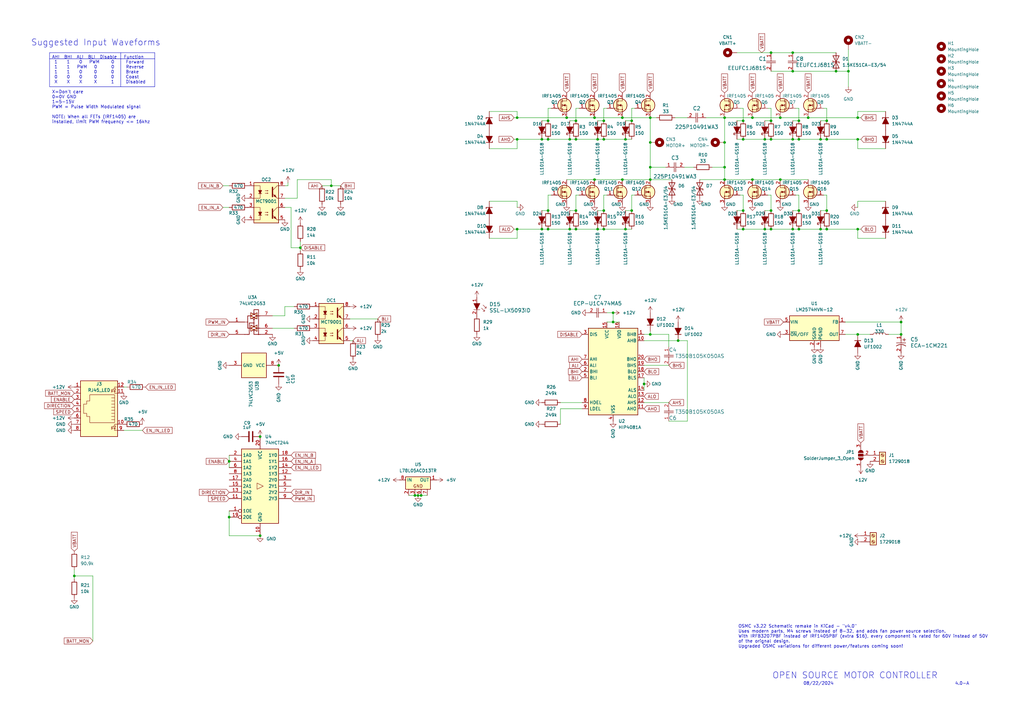
<source format=kicad_sch>
(kicad_sch
	(version 20250114)
	(generator "eeschema")
	(generator_version "9.0")
	(uuid "f7b069f9-0ad6-460f-8c2a-e4b85d53f6b2")
	(paper "A3")
	
	(rectangle
		(start 49.53 21.59)
		(end 49.53 35.56)
		(stroke
			(width 0)
			(type default)
		)
		(fill
			(type none)
		)
		(uuid 6609ba4d-23f2-403d-9c98-55294c4c954f)
	)
	(rectangle
		(start 20.32 24.13)
		(end 63.5 24.13)
		(stroke
			(width 0)
			(type default)
		)
		(fill
			(type none)
		)
		(uuid 88486fb6-f5fb-4c01-96b4-df4598f56091)
	)
	(text "4.0-A"
		(exclude_from_sim no)
		(at 391.668 281.178 0)
		(effects
			(font
				(size 1.27 1.27)
			)
			(justify left bottom)
		)
		(uuid "3ef8895f-24e4-45fe-8307-71eae980cd7d")
	)
	(text "OSMC v3.22 Schematic remake in KiCad - \"v4.0\"\nUses modern parts, M4 screws instead of 8-32, and adds fan power source selection.\nWith IRFB3207PBF instead of IRF1405PBF (extra $16), every component is rated for 60V instead of 50V\nof the orignal design.\nUpgraded OSMC variations for different power/features coming soon!"
		(exclude_from_sim no)
		(at 302.768 265.938 0)
		(effects
			(font
				(size 1.27 1.27)
			)
			(justify left bottom)
		)
		(uuid "468cb464-b3fe-4258-9f0f-4d43150f3428")
	)
	(text "08/22/2024"
		(exclude_from_sim no)
		(at 329.438 281.178 0)
		(effects
			(font
				(size 1.27 1.27)
			)
			(justify left bottom)
		)
		(uuid "7566e6aa-0cd8-4989-a498-9751a3615d79")
	)
	(text "Suggested Input Waveforms"
		(exclude_from_sim no)
		(at 12.7 19.05 0)
		(effects
			(font
				(size 2.54 2.54)
			)
			(justify left bottom)
		)
		(uuid "8b55aff7-089f-4f07-a867-ffc1ba949894")
	)
	(text "OPEN SOURCE MOTOR CONTROLLER"
		(exclude_from_sim no)
		(at 316.738 278.638 0)
		(effects
			(font
				(size 2.54 2.54)
			)
			(justify left bottom)
		)
		(uuid "d35d9fa6-57ee-41e6-a2d6-ea10344b7334")
	)
	(text_box "AHI  BHI  ALI  BLI  Disable   Function\n 1    1    0   PWM     0     Forward\n 1    1   PWM   0      0     Reverse\n 1    1    0     0      0     Brake\n 0    0    0     0      0     Coast\n X    X    X     X      1     Disabled\n\nX=Don't care\n0=0V GND\n1=5-15V\nPWM = Pulse Width Modulated signal\n\nNOTE: When all FETs (IRF1405) are installed, limit PWM frequency <= 16khz"
		(exclude_from_sim no)
		(at 20.32 21.59 0)
		(size 43.18 13.97)
		(margins 0.9525 0.9525 0.9525 0.9525)
		(stroke
			(width 0)
			(type default)
		)
		(fill
			(type none)
		)
		(effects
			(font
				(size 1.27 1.27)
			)
			(justify left top)
		)
		(uuid "f168b1a2-2fcd-48ac-b0c2-50cda81b3784")
	)
	(junction
		(at 304.8 57.15)
		(diameter 0)
		(color 0 0 0 0)
		(uuid "025acf14-32e1-415f-a664-8c97472a6cdd")
	)
	(junction
		(at 320.04 73.66)
		(diameter 0)
		(color 0 0 0 0)
		(uuid "02704675-5ca6-4719-85f2-24c0eafabb38")
	)
	(junction
		(at 325.12 21.59)
		(diameter 0)
		(color 0 0 0 0)
		(uuid "06607565-3bf9-4a59-80d9-1f8bea1e22ab")
	)
	(junction
		(at 327.66 57.15)
		(diameter 0)
		(color 0 0 0 0)
		(uuid "11661071-a0b8-46b3-978b-5ce8838cf803")
	)
	(junction
		(at 243.84 48.26)
		(diameter 0)
		(color 0 0 0 0)
		(uuid "12bc48d4-7d99-4458-85fc-00bdcb3d1ce2")
	)
	(junction
		(at 232.41 48.26)
		(diameter 0)
		(color 0 0 0 0)
		(uuid "13a58cb2-5aa7-43b7-9e5e-b0347081c0a5")
	)
	(junction
		(at 369.57 132.08)
		(diameter 0)
		(color 0 0 0 0)
		(uuid "13f40af4-ba66-488d-8df3-97e11de332fb")
	)
	(junction
		(at 336.55 57.15)
		(diameter 0)
		(color 0 0 0 0)
		(uuid "1fa202ee-3c2f-467e-ae1d-c2c962d563e7")
	)
	(junction
		(at 325.12 29.21)
		(diameter 0)
		(color 0 0 0 0)
		(uuid "201f1ca0-16c0-4355-8f24-d884c67d9d80")
	)
	(junction
		(at 304.8 49.53)
		(diameter 0)
		(color 0 0 0 0)
		(uuid "206dae87-d5c3-4ee2-a7c2-323b40824a05")
	)
	(junction
		(at 266.7 73.66)
		(diameter 0)
		(color 0 0 0 0)
		(uuid "258727ea-eb35-4ed6-91b9-c1055f5ba3fd")
	)
	(junction
		(at 351.79 93.98)
		(diameter 0)
		(color 0 0 0 0)
		(uuid "27acec3f-4a8a-4c6a-95cc-70c659e83740")
	)
	(junction
		(at 222.25 57.15)
		(diameter 0)
		(color 0 0 0 0)
		(uuid "2ed55068-9b66-41f5-ae5c-dda30c9be3c4")
	)
	(junction
		(at 224.79 49.53)
		(diameter 0)
		(color 0 0 0 0)
		(uuid "3569dc3d-aef7-45d7-b95b-96d2f0111f45")
	)
	(junction
		(at 259.08 49.53)
		(diameter 0)
		(color 0 0 0 0)
		(uuid "3a77d92e-166a-4b6f-963e-094e186a0e0e")
	)
	(junction
		(at 106.68 219.71)
		(diameter 0)
		(color 0 0 0 0)
		(uuid "3ad3ca2a-cc3d-4b28-8419-459cbe9e0182")
	)
	(junction
		(at 297.18 68.58)
		(diameter 0)
		(color 0 0 0 0)
		(uuid "3bc3a46e-8528-41ae-8e44-171d7ea60576")
	)
	(junction
		(at 251.46 132.08)
		(diameter 0)
		(color 0 0 0 0)
		(uuid "43333256-67bb-4253-9bd9-cd6c52ecafee")
	)
	(junction
		(at 297.18 73.66)
		(diameter 0)
		(color 0 0 0 0)
		(uuid "4923e46e-a959-4c5d-805a-79a3aaffff3e")
	)
	(junction
		(at 266.7 48.26)
		(diameter 0)
		(color 0 0 0 0)
		(uuid "4abe186b-b1a5-405e-b226-1ee40bda55bd")
	)
	(junction
		(at 316.23 86.36)
		(diameter 0)
		(color 0 0 0 0)
		(uuid "55c6972e-206a-4f04-9292-b24bb285a4ac")
	)
	(junction
		(at 135.89 76.2)
		(diameter 0)
		(color 0 0 0 0)
		(uuid "573dcf5d-67a4-4b4f-82ad-833c0b335c4f")
	)
	(junction
		(at 339.09 57.15)
		(diameter 0)
		(color 0 0 0 0)
		(uuid "57577724-a0dd-4b2a-8193-2e21b7e5bddd")
	)
	(junction
		(at 278.13 139.7)
		(diameter 0)
		(color 0 0 0 0)
		(uuid "5bcf41ba-0ee0-4ae3-a2a8-905d0a9e2465")
	)
	(junction
		(at 327.66 86.36)
		(diameter 0)
		(color 0 0 0 0)
		(uuid "5f85a2e5-38a0-4fc7-8d79-1f066c63b671")
	)
	(junction
		(at 339.09 86.36)
		(diameter 0)
		(color 0 0 0 0)
		(uuid "604f6250-c415-4e7c-b3ce-fbc0fa3a7840")
	)
	(junction
		(at 308.61 48.26)
		(diameter 0)
		(color 0 0 0 0)
		(uuid "607942f0-61e1-4c50-9dbc-7f5d20fd9fad")
	)
	(junction
		(at 236.22 86.36)
		(diameter 0)
		(color 0 0 0 0)
		(uuid "6395dd2e-775f-4d49-968f-e6a6722c2bcb")
	)
	(junction
		(at 342.9 29.21)
		(diameter 0)
		(color 0 0 0 0)
		(uuid "67428f38-8b6c-453a-8e38-a96466f295f3")
	)
	(junction
		(at 256.54 57.15)
		(diameter 0)
		(color 0 0 0 0)
		(uuid "6750bc75-bc4f-4641-a2b8-013bef48dc88")
	)
	(junction
		(at 236.22 49.53)
		(diameter 0)
		(color 0 0 0 0)
		(uuid "67b4cc44-a73a-46fe-a2be-f8f3bbb45e48")
	)
	(junction
		(at 304.8 86.36)
		(diameter 0)
		(color 0 0 0 0)
		(uuid "683cbf74-d02d-49c0-824a-ada4e2c37d9a")
	)
	(junction
		(at 247.65 49.53)
		(diameter 0)
		(color 0 0 0 0)
		(uuid "68550db4-dd13-48dc-961b-54a3af69fa04")
	)
	(junction
		(at 93.98 212.09)
		(diameter 0)
		(color 0 0 0 0)
		(uuid "6930a6a7-dd03-44d5-b6ae-5eb85be627f2")
	)
	(junction
		(at 93.98 189.23)
		(diameter 0)
		(color 0 0 0 0)
		(uuid "6cbfa0c4-f755-4063-9130-5bb324b59b67")
	)
	(junction
		(at 316.23 21.59)
		(diameter 0)
		(color 0 0 0 0)
		(uuid "6ceccaac-be94-4a60-9aaa-310d7b3a4e96")
	)
	(junction
		(at 224.79 93.98)
		(diameter 0)
		(color 0 0 0 0)
		(uuid "70e8f257-6770-478c-a3fc-9dbcbbd90baf")
	)
	(junction
		(at 243.84 73.66)
		(diameter 0)
		(color 0 0 0 0)
		(uuid "74a52190-aa12-4674-ab09-b37f75f5cf55")
	)
	(junction
		(at 308.61 73.66)
		(diameter 0)
		(color 0 0 0 0)
		(uuid "76b895c0-45fa-41af-a300-ad24ab208e70")
	)
	(junction
		(at 259.08 86.36)
		(diameter 0)
		(color 0 0 0 0)
		(uuid "782e2fff-bc14-49d3-9c42-8b93ec64003d")
	)
	(junction
		(at 351.79 137.16)
		(diameter 0)
		(color 0 0 0 0)
		(uuid "7901b0a4-c91b-402e-a74a-6618170db2fb")
	)
	(junction
		(at 233.68 93.98)
		(diameter 0)
		(color 0 0 0 0)
		(uuid "7bce1f3c-b46e-4793-abb5-f866c8f05381")
	)
	(junction
		(at 255.27 73.66)
		(diameter 0)
		(color 0 0 0 0)
		(uuid "7c648206-50f8-4a18-adb2-be2662a5be2b")
	)
	(junction
		(at 266.7 68.58)
		(diameter 0)
		(color 0 0 0 0)
		(uuid "7d68ddba-e449-4e09-b779-0afef92ded2d")
	)
	(junction
		(at 172.72 203.2)
		(diameter 0)
		(color 0 0 0 0)
		(uuid "7e215a2d-ab08-4f89-b298-ffef35835ecb")
	)
	(junction
		(at 325.12 93.98)
		(diameter 0)
		(color 0 0 0 0)
		(uuid "807e80fd-676b-457c-9a9c-314faa37d5ae")
	)
	(junction
		(at 304.8 93.98)
		(diameter 0)
		(color 0 0 0 0)
		(uuid "812e6141-aa63-42d5-b578-ac45bfcf9a02")
	)
	(junction
		(at 247.65 93.98)
		(diameter 0)
		(color 0 0 0 0)
		(uuid "870bb29f-4f1d-43c4-9993-961c7b17a82c")
	)
	(junction
		(at 245.11 57.15)
		(diameter 0)
		(color 0 0 0 0)
		(uuid "8b7686ad-4f4b-4d1b-9383-63f51411205c")
	)
	(junction
		(at 264.16 157.48)
		(diameter 0)
		(color 0 0 0 0)
		(uuid "8dbc46da-09fd-4d0d-b0e8-0bae76d8006a")
	)
	(junction
		(at 255.27 48.26)
		(diameter 0)
		(color 0 0 0 0)
		(uuid "906bd40b-17e3-4ce2-a20b-36ee645f9d60")
	)
	(junction
		(at 224.79 86.36)
		(diameter 0)
		(color 0 0 0 0)
		(uuid "93e5087d-6da0-430a-80da-73d7146e2ba4")
	)
	(junction
		(at 316.23 49.53)
		(diameter 0)
		(color 0 0 0 0)
		(uuid "94dbc3ca-7a60-496d-94a1-3a282e7ec11b")
	)
	(junction
		(at 316.23 57.15)
		(diameter 0)
		(color 0 0 0 0)
		(uuid "965c2c72-4ddd-4acc-97ca-afb62ddd2143")
	)
	(junction
		(at 236.22 93.98)
		(diameter 0)
		(color 0 0 0 0)
		(uuid "97952e0d-5b87-4ca5-9948-8c746e052915")
	)
	(junction
		(at 247.65 57.15)
		(diameter 0)
		(color 0 0 0 0)
		(uuid "9882e08c-8780-4beb-b1f2-83942322437e")
	)
	(junction
		(at 245.11 93.98)
		(diameter 0)
		(color 0 0 0 0)
		(uuid "990db89f-808f-4ba0-8aef-02cf23197d83")
	)
	(junction
		(at 313.69 57.15)
		(diameter 0)
		(color 0 0 0 0)
		(uuid "a39eac20-1a76-4822-80cd-3cd8477b929c")
	)
	(junction
		(at 106.68 179.07)
		(diameter 0)
		(color 0 0 0 0)
		(uuid "a49bf8ca-0fcb-4442-9ebb-1529734b868e")
	)
	(junction
		(at 222.25 93.98)
		(diameter 0)
		(color 0 0 0 0)
		(uuid "aa776aef-8d8f-4866-bd34-8ab546ebf556")
	)
	(junction
		(at 170.18 203.2)
		(diameter 0)
		(color 0 0 0 0)
		(uuid "aab60428-36ef-404d-9c49-8da79854a0c7")
	)
	(junction
		(at 327.66 49.53)
		(diameter 0)
		(color 0 0 0 0)
		(uuid "aaf30f4f-d54a-4e62-8f7c-7c83604fc847")
	)
	(junction
		(at 266.7 137.16)
		(diameter 0)
		(color 0 0 0 0)
		(uuid "aca2e16e-4cef-4ce1-8584-ebc699b656b2")
	)
	(junction
		(at 339.09 49.53)
		(diameter 0)
		(color 0 0 0 0)
		(uuid "ad8eeafe-1da6-4a27-9cc3-64f134aa8a6b")
	)
	(junction
		(at 313.69 93.98)
		(diameter 0)
		(color 0 0 0 0)
		(uuid "aee432ef-20eb-463d-8b6c-06b7fc83ab77")
	)
	(junction
		(at 212.09 93.98)
		(diameter 0)
		(color 0 0 0 0)
		(uuid "af557a93-053c-43ad-bdad-f9dabbcb6300")
	)
	(junction
		(at 236.22 57.15)
		(diameter 0)
		(color 0 0 0 0)
		(uuid "b0ccb202-5dff-4a03-bb96-453f9f2b79f3")
	)
	(junction
		(at 320.04 48.26)
		(diameter 0)
		(color 0 0 0 0)
		(uuid "b731b126-460c-4cc7-ab61-335e59451fde")
	)
	(junction
		(at 251.46 128.27)
		(diameter 0)
		(color 0 0 0 0)
		(uuid "bc856460-244c-4d3f-b9c4-94627fe9ada9")
	)
	(junction
		(at 297.18 58.42)
		(diameter 0)
		(color 0 0 0 0)
		(uuid "bcec1be8-5b72-475d-83b2-808bd50d5082")
	)
	(junction
		(at 316.23 93.98)
		(diameter 0)
		(color 0 0 0 0)
		(uuid "be70a144-bd09-4acb-9a2e-f506d1554664")
	)
	(junction
		(at 233.68 57.15)
		(diameter 0)
		(color 0 0 0 0)
		(uuid "c129793c-4e0f-4203-ad86-d705c91f437b")
	)
	(junction
		(at 123.19 101.6)
		(diameter 0)
		(color 0 0 0 0)
		(uuid "c23b2ba4-31bb-4b16-8035-2ceec4daa593")
	)
	(junction
		(at 347.98 29.21)
		(diameter 0)
		(color 0 0 0 0)
		(uuid "c4a8f3d2-afe8-4dc7-85a4-d47567ce4802")
	)
	(junction
		(at 256.54 93.98)
		(diameter 0)
		(color 0 0 0 0)
		(uuid "c5cb8ad2-7700-4fe8-b0e2-5370e6838ee5")
	)
	(junction
		(at 30.48 236.22)
		(diameter 0)
		(color 0 0 0 0)
		(uuid "c7273e3d-f064-4ea1-baed-8199f9874cec")
	)
	(junction
		(at 369.57 137.16)
		(diameter 0)
		(color 0 0 0 0)
		(uuid "cbad67db-81b3-4735-b187-6fae3004e6d2")
	)
	(junction
		(at 212.09 48.26)
		(diameter 0)
		(color 0 0 0 0)
		(uuid "d371e6f3-5171-4621-a424-aa6c8b389ab5")
	)
	(junction
		(at 351.79 48.26)
		(diameter 0)
		(color 0 0 0 0)
		(uuid "d4d8c505-573c-4e6b-a2a8-e094f40dae1d")
	)
	(junction
		(at 114.3 149.86)
		(diameter 0)
		(color 0 0 0 0)
		(uuid "d4e8351b-53d4-4604-a9ea-92337a862d1a")
	)
	(junction
		(at 331.47 48.26)
		(diameter 0)
		(color 0 0 0 0)
		(uuid "d62192e0-08e2-4d07-9189-4f529b589967")
	)
	(junction
		(at 224.79 57.15)
		(diameter 0)
		(color 0 0 0 0)
		(uuid "d9311b0a-9cb2-4087-b687-4e149890343c")
	)
	(junction
		(at 351.79 57.15)
		(diameter 0)
		(color 0 0 0 0)
		(uuid "d9dbbf84-ac2a-42d0-8fac-fe44384b65c0")
	)
	(junction
		(at 339.09 93.98)
		(diameter 0)
		(color 0 0 0 0)
		(uuid "dcee8edb-46a3-4152-b567-edaea9a0ae55")
	)
	(junction
		(at 336.55 93.98)
		(diameter 0)
		(color 0 0 0 0)
		(uuid "df702185-ec52-4023-9455-e8484239bc67")
	)
	(junction
		(at 171.45 203.2)
		(diameter 0)
		(color 0 0 0 0)
		(uuid "e6e309c0-3fbb-47b2-83cf-62e1a0366583")
	)
	(junction
		(at 297.18 48.26)
		(diameter 0)
		(color 0 0 0 0)
		(uuid "e72f3c52-4cf0-424c-904b-e8a71d5c218f")
	)
	(junction
		(at 325.12 57.15)
		(diameter 0)
		(color 0 0 0 0)
		(uuid "e7632a08-862c-456b-b0be-23f3bbd673ad")
	)
	(junction
		(at 212.09 57.15)
		(diameter 0)
		(color 0 0 0 0)
		(uuid "f1c77e3e-e5bf-4c8a-a000-8b9796eaf773")
	)
	(junction
		(at 266.7 58.42)
		(diameter 0)
		(color 0 0 0 0)
		(uuid "fd5932aa-33c0-4b88-b069-bf3cf1b91a84")
	)
	(junction
		(at 247.65 86.36)
		(diameter 0)
		(color 0 0 0 0)
		(uuid "ff0c83b0-e0fa-48eb-9d7d-4d0845161842")
	)
	(junction
		(at 327.66 93.98)
		(diameter 0)
		(color 0 0 0 0)
		(uuid "ffcab709-1562-45a8-acfa-f9ae491297e6")
	)
	(wire
		(pts
			(xy 289.56 48.26) (xy 297.18 48.26)
		)
		(stroke
			(width 0)
			(type default)
		)
		(uuid "010cc39f-ae2b-4595-9666-d717e5677a57")
	)
	(wire
		(pts
			(xy 313.69 49.53) (xy 316.23 49.53)
		)
		(stroke
			(width 0)
			(type default)
		)
		(uuid "021e64e8-b466-487d-a327-e9cc24724d38")
	)
	(wire
		(pts
			(xy 212.09 45.72) (xy 212.09 48.26)
		)
		(stroke
			(width 0)
			(type default)
		)
		(uuid "025866cf-3998-4e00-bdf6-2be24dcabc2a")
	)
	(wire
		(pts
			(xy 233.68 57.15) (xy 236.22 57.15)
		)
		(stroke
			(width 0)
			(type default)
		)
		(uuid "028f01e3-33c5-4807-8669-6384e71e19ae")
	)
	(wire
		(pts
			(xy 224.79 44.45) (xy 224.79 49.53)
		)
		(stroke
			(width 0)
			(type default)
		)
		(uuid "02bcea26-70b7-4642-ab4b-3604f380e6fa")
	)
	(wire
		(pts
			(xy 316.23 93.98) (xy 325.12 93.98)
		)
		(stroke
			(width 0)
			(type default)
		)
		(uuid "02c2add2-17f4-41ac-8e57-b9675721f000")
	)
	(wire
		(pts
			(xy 274.32 149.86) (xy 264.16 149.86)
		)
		(stroke
			(width 0)
			(type default)
		)
		(uuid "07ed14e2-434d-4350-af89-d572d615ad6a")
	)
	(wire
		(pts
			(xy 281.94 139.7) (xy 281.94 172.72)
		)
		(stroke
			(width 0)
			(type default)
		)
		(uuid "08c4990f-878c-4c07-8e25-76357557d3e4")
	)
	(wire
		(pts
			(xy 255.27 73.66) (xy 266.7 73.66)
		)
		(stroke
			(width 0)
			(type default)
		)
		(uuid "09c83a13-b542-4816-8ad9-465b8afe9f1c")
	)
	(wire
		(pts
			(xy 212.09 48.26) (xy 232.41 48.26)
		)
		(stroke
			(width 0)
			(type default)
		)
		(uuid "0a0183e5-9203-40e4-95e7-7f8ca68271cc")
	)
	(wire
		(pts
			(xy 304.8 57.15) (xy 313.69 57.15)
		)
		(stroke
			(width 0)
			(type default)
		)
		(uuid "0a4ca37e-9f39-4765-b8e2-a00fb962c6af")
	)
	(wire
		(pts
			(xy 266.7 58.42) (xy 266.7 68.58)
		)
		(stroke
			(width 0)
			(type default)
		)
		(uuid "0a7f5e29-8138-42cd-8b6e-86ea56b137dd")
	)
	(wire
		(pts
			(xy 297.18 73.66) (xy 308.61 73.66)
		)
		(stroke
			(width 0)
			(type default)
		)
		(uuid "0b3c8ef4-5c73-4d29-8350-4e7f819ab04a")
	)
	(wire
		(pts
			(xy 106.68 219.71) (xy 93.98 219.71)
		)
		(stroke
			(width 0)
			(type default)
		)
		(uuid "0bcf89f6-a25d-493d-9115-74438b1eec9f")
	)
	(wire
		(pts
			(xy 236.22 80.01) (xy 236.22 86.36)
		)
		(stroke
			(width 0)
			(type default)
		)
		(uuid "0e5f0b78-ee55-4316-b27a-63f5467b70e2")
	)
	(wire
		(pts
			(xy 251.46 132.08) (xy 254 132.08)
		)
		(stroke
			(width 0)
			(type default)
		)
		(uuid "0ebbf43a-fb74-4b78-b489-4a0afe58ff4a")
	)
	(wire
		(pts
			(xy 316.23 21.59) (xy 325.12 21.59)
		)
		(stroke
			(width 0)
			(type default)
		)
		(uuid "11b8d980-09ab-47b9-b1ca-cbe674bf0cad")
	)
	(wire
		(pts
			(xy 351.79 137.16) (xy 356.87 137.16)
		)
		(stroke
			(width 0)
			(type default)
		)
		(uuid "129b7516-1203-4d7f-8bbe-6266e97a4adb")
	)
	(wire
		(pts
			(xy 224.79 80.01) (xy 224.79 86.36)
		)
		(stroke
			(width 0)
			(type default)
		)
		(uuid "12d6d67c-fde5-42fa-a86c-2d0aa7956fcf")
	)
	(wire
		(pts
			(xy 302.26 93.98) (xy 304.8 93.98)
		)
		(stroke
			(width 0)
			(type default)
		)
		(uuid "12e6275d-d25c-4f9c-8484-a62b9714b5e2")
	)
	(wire
		(pts
			(xy 347.98 29.21) (xy 347.98 20.32)
		)
		(stroke
			(width 0)
			(type default)
		)
		(uuid "14a1d62a-79e2-49ae-a2d2-324d3d86b5c6")
	)
	(wire
		(pts
			(xy 336.55 49.53) (xy 339.09 49.53)
		)
		(stroke
			(width 0)
			(type default)
		)
		(uuid "14bf6fc8-391d-49f7-bd03-cbf0cf595911")
	)
	(wire
		(pts
			(xy 320.04 48.26) (xy 331.47 48.26)
		)
		(stroke
			(width 0)
			(type default)
		)
		(uuid "198ccd09-8a0f-44fe-9a78-82fc3a4f8214")
	)
	(wire
		(pts
			(xy 200.66 97.79) (xy 212.09 97.79)
		)
		(stroke
			(width 0)
			(type default)
		)
		(uuid "1b1d085e-9a71-4ea7-87d6-da530ad1c6d6")
	)
	(wire
		(pts
			(xy 276.86 48.26) (xy 281.94 48.26)
		)
		(stroke
			(width 0)
			(type default)
		)
		(uuid "1d8fec0b-8b15-4286-80c2-6300fd17f210")
	)
	(wire
		(pts
			(xy 224.79 93.98) (xy 233.68 93.98)
		)
		(stroke
			(width 0)
			(type default)
		)
		(uuid "1e8e59fd-e881-4460-86f3-037fd4b47ba8")
	)
	(wire
		(pts
			(xy 248.92 132.08) (xy 251.46 132.08)
		)
		(stroke
			(width 0)
			(type default)
		)
		(uuid "211093f7-0e83-4410-a6a0-c6f59cc0b22c")
	)
	(wire
		(pts
			(xy 245.11 57.15) (xy 247.65 57.15)
		)
		(stroke
			(width 0)
			(type default)
		)
		(uuid "22c9edbb-e996-45fd-889b-d69649d484ae")
	)
	(wire
		(pts
			(xy 264.16 139.7) (xy 278.13 139.7)
		)
		(stroke
			(width 0)
			(type default)
		)
		(uuid "22f3a632-2c7e-44e0-a702-300d3efbeb52")
	)
	(wire
		(pts
			(xy 30.48 236.22) (xy 30.48 237.49)
		)
		(stroke
			(width 0)
			(type default)
		)
		(uuid "22f8458c-172e-4d85-bcf7-09f29e7d32c3")
	)
	(wire
		(pts
			(xy 346.71 137.16) (xy 351.79 137.16)
		)
		(stroke
			(width 0)
			(type default)
		)
		(uuid "23597f57-a141-45bb-bf3f-20e8bce164d6")
	)
	(wire
		(pts
			(xy 247.65 44.45) (xy 247.65 49.53)
		)
		(stroke
			(width 0)
			(type default)
		)
		(uuid "239640ee-9982-4f05-88af-a362f96d0b49")
	)
	(wire
		(pts
			(xy 302.26 49.53) (xy 304.8 49.53)
		)
		(stroke
			(width 0)
			(type default)
		)
		(uuid "262dd982-5b7a-4e47-93d5-ef00ad80c4a2")
	)
	(wire
		(pts
			(xy 304.8 93.98) (xy 313.69 93.98)
		)
		(stroke
			(width 0)
			(type default)
		)
		(uuid "26cf2e9c-7932-4628-aac4-7f3e67de6d42")
	)
	(wire
		(pts
			(xy 339.09 44.45) (xy 339.09 49.53)
		)
		(stroke
			(width 0)
			(type default)
		)
		(uuid "2af32047-303b-4b75-9d72-37f389f26a71")
	)
	(wire
		(pts
			(xy 243.84 73.66) (xy 255.27 73.66)
		)
		(stroke
			(width 0)
			(type default)
		)
		(uuid "2b153614-a26c-430e-be5c-f2227f759ca5")
	)
	(wire
		(pts
			(xy 325.12 29.21) (xy 342.9 29.21)
		)
		(stroke
			(width 0)
			(type default)
		)
		(uuid "2c7774ec-d847-40af-9f87-daacda6a6a25")
	)
	(wire
		(pts
			(xy 363.22 45.72) (xy 351.79 45.72)
		)
		(stroke
			(width 0)
			(type default)
		)
		(uuid "2ddc569f-2f9a-4caf-8985-ce28630b5739")
	)
	(wire
		(pts
			(xy 135.89 76.2) (xy 139.7 76.2)
		)
		(stroke
			(width 0)
			(type default)
		)
		(uuid "2f4030a3-879b-4869-9e54-e5255877ee82")
	)
	(wire
		(pts
			(xy 222.25 49.53) (xy 224.79 49.53)
		)
		(stroke
			(width 0)
			(type default)
		)
		(uuid "2f8ba521-49de-4bab-b1ee-d50f060e9d1f")
	)
	(wire
		(pts
			(xy 325.12 49.53) (xy 327.66 49.53)
		)
		(stroke
			(width 0)
			(type default)
		)
		(uuid "2fa1eb96-f2c8-4c19-a925-bd5141346714")
	)
	(wire
		(pts
			(xy 302.26 21.59) (xy 316.23 21.59)
		)
		(stroke
			(width 0)
			(type default)
		)
		(uuid "3031836a-f30d-4977-afa0-a1daca7ada7f")
	)
	(wire
		(pts
			(xy 264.16 165.1) (xy 274.32 165.1)
		)
		(stroke
			(width 0)
			(type default)
		)
		(uuid "3032ea66-3ec0-4b8d-8986-d0a2fb2cdaf4")
	)
	(wire
		(pts
			(xy 222.25 86.36) (xy 224.79 86.36)
		)
		(stroke
			(width 0)
			(type default)
		)
		(uuid "3053c074-d497-4dc8-93fb-5d1055d09d69")
	)
	(wire
		(pts
			(xy 212.09 60.96) (xy 212.09 57.15)
		)
		(stroke
			(width 0)
			(type default)
		)
		(uuid "332520ea-4df3-475f-b85c-5e8275013457")
	)
	(wire
		(pts
			(xy 369.57 137.16) (xy 369.57 132.08)
		)
		(stroke
			(width 0)
			(type default)
		)
		(uuid "34658301-3404-4e22-a63f-260f861370c1")
	)
	(wire
		(pts
			(xy 351.79 57.15) (xy 353.06 57.15)
		)
		(stroke
			(width 0)
			(type default)
		)
		(uuid "3613e393-ef2b-4520-bd9c-9185f79bc088")
	)
	(wire
		(pts
			(xy 200.66 45.72) (xy 212.09 45.72)
		)
		(stroke
			(width 0)
			(type default)
		)
		(uuid "37c9fbbd-29f0-471c-8872-e7a0ba39914d")
	)
	(wire
		(pts
			(xy 266.7 68.58) (xy 266.7 73.66)
		)
		(stroke
			(width 0)
			(type default)
		)
		(uuid "39635b7b-4848-4442-a804-566a546f95a6")
	)
	(wire
		(pts
			(xy 308.61 73.66) (xy 320.04 73.66)
		)
		(stroke
			(width 0)
			(type default)
		)
		(uuid "3a0e46d0-ba9d-48e6-8ab0-19fa44a153fd")
	)
	(wire
		(pts
			(xy 123.19 99.06) (xy 123.19 101.6)
		)
		(stroke
			(width 0)
			(type default)
		)
		(uuid "3bf7547b-8b99-4d0e-a49c-4234c7fe2b36")
	)
	(wire
		(pts
			(xy 259.08 44.45) (xy 259.08 49.53)
		)
		(stroke
			(width 0)
			(type default)
		)
		(uuid "3db56e52-26ea-45a6-9659-ec81bbf154c3")
	)
	(wire
		(pts
			(xy 304.8 80.01) (xy 304.8 86.36)
		)
		(stroke
			(width 0)
			(type default)
		)
		(uuid "3e90f2af-d1f5-4ac4-99cb-5d7c582c930c")
	)
	(wire
		(pts
			(xy 30.48 233.68) (xy 30.48 236.22)
		)
		(stroke
			(width 0)
			(type default)
		)
		(uuid "3eda099b-0a8a-4984-b4c7-2bcfd9a99343")
	)
	(wire
		(pts
			(xy 93.98 189.23) (xy 93.98 191.77)
		)
		(stroke
			(width 0)
			(type default)
		)
		(uuid "3f291005-e99e-4f5a-9d0f-bad7c6f4d72d")
	)
	(wire
		(pts
			(xy 135.89 76.2) (xy 135.89 73.66)
		)
		(stroke
			(width 0)
			(type default)
		)
		(uuid "438ea973-d641-47f7-94c3-737f97748a37")
	)
	(wire
		(pts
			(xy 236.22 57.15) (xy 245.11 57.15)
		)
		(stroke
			(width 0)
			(type default)
		)
		(uuid "441b0a15-3b9b-4f9f-becb-7a1c1fdb3430")
	)
	(wire
		(pts
			(xy 266.7 48.26) (xy 269.24 48.26)
		)
		(stroke
			(width 0)
			(type default)
		)
		(uuid "44fc28b4-48c4-438f-be96-36b0046af272")
	)
	(wire
		(pts
			(xy 336.55 57.15) (xy 339.09 57.15)
		)
		(stroke
			(width 0)
			(type default)
		)
		(uuid "47e3ea88-798a-49d0-acd0-9a0aaadb17c9")
	)
	(wire
		(pts
			(xy 210.82 93.98) (xy 212.09 93.98)
		)
		(stroke
			(width 0)
			(type default)
		)
		(uuid "4a3b0134-1d13-4b4c-a80e-8fd90b670972")
	)
	(wire
		(pts
			(xy 119.38 101.6) (xy 123.19 101.6)
		)
		(stroke
			(width 0)
			(type default)
		)
		(uuid "4ba82a3b-932d-4ca7-96ea-5f465b46045c")
	)
	(wire
		(pts
			(xy 93.98 219.71) (xy 93.98 212.09)
		)
		(stroke
			(width 0)
			(type default)
		)
		(uuid "52aebeec-f26c-43bf-a494-835c15fd7fb3")
	)
	(wire
		(pts
			(xy 259.08 80.01) (xy 259.08 86.36)
		)
		(stroke
			(width 0)
			(type default)
		)
		(uuid "542cf0a3-b197-49ca-b1c4-e5dd8798481b")
	)
	(wire
		(pts
			(xy 297.18 68.58) (xy 297.18 73.66)
		)
		(stroke
			(width 0)
			(type default)
		)
		(uuid "559d2474-150e-4bdc-98e7-b996ed1e304b")
	)
	(wire
		(pts
			(xy 232.41 73.66) (xy 243.84 73.66)
		)
		(stroke
			(width 0)
			(type default)
		)
		(uuid "565e974a-2e8e-4f81-a500-72abc4a11ac7")
	)
	(wire
		(pts
			(xy 264.16 157.48) (xy 264.16 160.02)
		)
		(stroke
			(width 0)
			(type default)
		)
		(uuid "5bc1ff1f-4f8e-4010-9cfd-14d0d6f5d3f4")
	)
	(wire
		(pts
			(xy 260.35 44.45) (xy 259.08 44.45)
		)
		(stroke
			(width 0)
			(type default)
		)
		(uuid "5c702e8a-cb2f-47fb-b41b-7365b9dfd3e2")
	)
	(wire
		(pts
			(xy 264.16 154.94) (xy 264.16 157.48)
		)
		(stroke
			(width 0)
			(type default)
		)
		(uuid "5c89a1f6-a336-4540-b875-7cd3e4607ac5")
	)
	(wire
		(pts
			(xy 93.98 186.69) (xy 93.98 189.23)
		)
		(stroke
			(width 0)
			(type default)
		)
		(uuid "5e42e6f7-3951-4615-840d-a2022d5c15f6")
	)
	(wire
		(pts
			(xy 297.18 68.58) (xy 297.18 58.42)
		)
		(stroke
			(width 0)
			(type default)
		)
		(uuid "5e7cb83d-5d49-4c73-acbd-db32c5ab26af")
	)
	(wire
		(pts
			(xy 236.22 93.98) (xy 245.11 93.98)
		)
		(stroke
			(width 0)
			(type default)
		)
		(uuid "5f16d1e8-3367-47a0-b3df-a7f2cef4613d")
	)
	(wire
		(pts
			(xy 325.12 86.36) (xy 327.66 86.36)
		)
		(stroke
			(width 0)
			(type default)
		)
		(uuid "602555d4-16dd-4f92-8ce0-7e1f97e2b7c4")
	)
	(wire
		(pts
			(xy 50.8 158.75) (xy 52.07 158.75)
		)
		(stroke
			(width 0)
			(type default)
		)
		(uuid "602d1264-b35d-4080-a70b-a1ecad6786e3")
	)
	(wire
		(pts
			(xy 316.23 29.21) (xy 325.12 29.21)
		)
		(stroke
			(width 0)
			(type default)
		)
		(uuid "6259fc0e-e72e-46da-97d2-a391480e760c")
	)
	(wire
		(pts
			(xy 351.79 60.96) (xy 363.22 60.96)
		)
		(stroke
			(width 0)
			(type default)
		)
		(uuid "66133128-d1b3-4035-ad48-6a93fdac5b66")
	)
	(wire
		(pts
			(xy 304.8 44.45) (xy 304.8 49.53)
		)
		(stroke
			(width 0)
			(type default)
		)
		(uuid "68794e08-1f2b-4d4a-9acd-a134f0adb613")
	)
	(wire
		(pts
			(xy 210.82 48.26) (xy 212.09 48.26)
		)
		(stroke
			(width 0)
			(type default)
		)
		(uuid "69e1e9f3-4526-439c-a481-fbab5131f736")
	)
	(wire
		(pts
			(xy 260.35 80.01) (xy 259.08 80.01)
		)
		(stroke
			(width 0)
			(type default)
		)
		(uuid "6a116300-5cab-4e22-8a3e-c338cf5f50d7")
	)
	(wire
		(pts
			(xy 313.69 93.98) (xy 316.23 93.98)
		)
		(stroke
			(width 0)
			(type default)
		)
		(uuid "6adacc73-1e50-4236-bb7e-eed0528716f3")
	)
	(wire
		(pts
			(xy 266.7 68.58) (xy 273.05 68.58)
		)
		(stroke
			(width 0)
			(type default)
		)
		(uuid "6c450324-6963-4741-9731-4662271b15f9")
	)
	(wire
		(pts
			(xy 326.39 80.01) (xy 327.66 80.01)
		)
		(stroke
			(width 0)
			(type default)
		)
		(uuid "6c4af037-e891-46df-b636-88050945af1b")
	)
	(wire
		(pts
			(xy 351.79 93.98) (xy 351.79 97.79)
		)
		(stroke
			(width 0)
			(type default)
		)
		(uuid "6cfe5845-1281-4b9d-a987-f89edc5ba9fa")
	)
	(wire
		(pts
			(xy 327.66 44.45) (xy 327.66 49.53)
		)
		(stroke
			(width 0)
			(type default)
		)
		(uuid "6e0525ee-da69-4710-8c2d-8c0a9b5e9ead")
	)
	(wire
		(pts
			(xy 91.44 76.2) (xy 93.98 76.2)
		)
		(stroke
			(width 0)
			(type default)
		)
		(uuid "70eb32da-e0ad-4a46-a9fc-ca77ea3a0704")
	)
	(wire
		(pts
			(xy 135.89 73.66) (xy 121.92 73.66)
		)
		(stroke
			(width 0)
			(type default)
		)
		(uuid "72a1be06-fbb0-4d41-a184-62fc68419c76")
	)
	(wire
		(pts
			(xy 327.66 93.98) (xy 336.55 93.98)
		)
		(stroke
			(width 0)
			(type default)
		)
		(uuid "741410b5-31b5-49cf-a5d0-decfb48f2ded")
	)
	(wire
		(pts
			(xy 266.7 73.66) (xy 275.59 73.66)
		)
		(stroke
			(width 0)
			(type default)
		)
		(uuid "7621fd19-d9d7-43ed-9fe3-041151fdd034")
	)
	(wire
		(pts
			(xy 224.79 57.15) (xy 233.68 57.15)
		)
		(stroke
			(width 0)
			(type default)
		)
		(uuid "77f41ba0-b1e5-4f18-bad3-43a2b20f5d68")
	)
	(wire
		(pts
			(xy 212.09 57.15) (xy 222.25 57.15)
		)
		(stroke
			(width 0)
			(type default)
		)
		(uuid "7826e336-63c2-4224-b6b7-03908cb9c2f9")
	)
	(wire
		(pts
			(xy 111.76 129.54) (xy 116.84 129.54)
		)
		(stroke
			(width 0)
			(type default)
		)
		(uuid "788517b1-1e6e-4bba-b6a3-a42c3a0da424")
	)
	(wire
		(pts
			(xy 121.92 73.66) (xy 121.92 81.28)
		)
		(stroke
			(width 0)
			(type default)
		)
		(uuid "78c44297-63ca-45f9-9556-cc6447b419a9")
	)
	(wire
		(pts
			(xy 30.48 236.22) (xy 38.1 236.22)
		)
		(stroke
			(width 0)
			(type default)
		)
		(uuid "79459752-c774-4c6d-ae49-bc57797eee42")
	)
	(wire
		(pts
			(xy 132.08 76.2) (xy 135.89 76.2)
		)
		(stroke
			(width 0)
			(type default)
		)
		(uuid "7aa72131-fc2d-443f-98c6-a8a77e8f89bb")
	)
	(wire
		(pts
			(xy 236.22 44.45) (xy 236.22 49.53)
		)
		(stroke
			(width 0)
			(type default)
		)
		(uuid "7da75969-a501-4491-b717-7eecae18b50e")
	)
	(wire
		(pts
			(xy 119.38 85.09) (xy 116.84 85.09)
		)
		(stroke
			(width 0)
			(type default)
		)
		(uuid "7ed2cd09-c21e-4567-8e47-aa51e95bd87e")
	)
	(wire
		(pts
			(xy 266.7 48.26) (xy 266.7 58.42)
		)
		(stroke
			(width 0)
			(type default)
		)
		(uuid "7f2fd456-43e3-4acf-b35b-369773e70982")
	)
	(wire
		(pts
			(xy 313.69 57.15) (xy 316.23 57.15)
		)
		(stroke
			(width 0)
			(type default)
		)
		(uuid "7f3c6e1a-9673-4686-8376-9975fb9210ce")
	)
	(wire
		(pts
			(xy 91.44 85.09) (xy 93.98 85.09)
		)
		(stroke
			(width 0)
			(type default)
		)
		(uuid "7fdfcb86-5824-4cb5-9d3d-28ec948a79a0")
	)
	(wire
		(pts
			(xy 245.11 86.36) (xy 247.65 86.36)
		)
		(stroke
			(width 0)
			(type default)
		)
		(uuid "804b49e1-e64f-4205-b9aa-85015f4c69a1")
	)
	(wire
		(pts
			(xy 351.79 48.26) (xy 331.47 48.26)
		)
		(stroke
			(width 0)
			(type default)
		)
		(uuid "833d8c75-98d4-48b2-a7c8-8b096ed1d164")
	)
	(wire
		(pts
			(xy 172.72 203.2) (xy 175.26 203.2)
		)
		(stroke
			(width 0)
			(type default)
		)
		(uuid "83a06bbc-8fd4-4ab8-95d0-0da37d8fa8d7")
	)
	(wire
		(pts
			(xy 248.92 44.45) (xy 247.65 44.45)
		)
		(stroke
			(width 0)
			(type default)
		)
		(uuid "8513bac6-12f6-4dd6-b275-9657fda0d7eb")
	)
	(wire
		(pts
			(xy 316.23 57.15) (xy 325.12 57.15)
		)
		(stroke
			(width 0)
			(type default)
		)
		(uuid "86f8981d-efd6-49b6-af5d-464d12c32b2c")
	)
	(wire
		(pts
			(xy 238.76 167.64) (xy 229.87 167.64)
		)
		(stroke
			(width 0)
			(type default)
		)
		(uuid "88367d5f-bb6e-4e77-87b4-87cfe703da6b")
	)
	(wire
		(pts
			(xy 266.7 135.89) (xy 266.7 137.16)
		)
		(stroke
			(width 0)
			(type default)
		)
		(uuid "89ed9454-cde9-44ab-ac79-d3ef39edd34b")
	)
	(wire
		(pts
			(xy 351.79 93.98) (xy 353.06 93.98)
		)
		(stroke
			(width 0)
			(type default)
		)
		(uuid "8af7d76d-0393-4dac-ac49-7406ea367e3e")
	)
	(wire
		(pts
			(xy 93.98 212.09) (xy 93.98 209.55)
		)
		(stroke
			(width 0)
			(type default)
		)
		(uuid "8bc0181e-dc73-47b0-bf0b-5fd0cf6a747d")
	)
	(wire
		(pts
			(xy 255.27 48.26) (xy 266.7 48.26)
		)
		(stroke
			(width 0)
			(type default)
		)
		(uuid "8c2670ea-2ad3-4117-85c1-ad898571b966")
	)
	(wire
		(pts
			(xy 297.18 48.26) (xy 308.61 48.26)
		)
		(stroke
			(width 0)
			(type default)
		)
		(uuid "8c76b99a-1c1b-4b0b-a592-7affee7f743b")
	)
	(wire
		(pts
			(xy 247.65 80.01) (xy 247.65 86.36)
		)
		(stroke
			(width 0)
			(type default)
		)
		(uuid "8c8a46e3-d8fc-4e3e-aac8-267854d174e7")
	)
	(wire
		(pts
			(xy 320.04 73.66) (xy 331.47 73.66)
		)
		(stroke
			(width 0)
			(type default)
		)
		(uuid "8dcbad67-0f10-47c9-a3dc-4287a3e0e02a")
	)
	(wire
		(pts
			(xy 351.79 57.15) (xy 351.79 60.96)
		)
		(stroke
			(width 0)
			(type default)
		)
		(uuid "8dfdad0c-f6b0-496e-bf0b-70ea67ec0ba1")
	)
	(wire
		(pts
			(xy 232.41 48.26) (xy 243.84 48.26)
		)
		(stroke
			(width 0)
			(type default)
		)
		(uuid "8e32d773-6516-45b8-8269-dd508c10236a")
	)
	(wire
		(pts
			(xy 245.11 49.53) (xy 247.65 49.53)
		)
		(stroke
			(width 0)
			(type default)
		)
		(uuid "8fd1624f-8183-41ab-9073-3fdcd1aaedbb")
	)
	(wire
		(pts
			(xy 327.66 80.01) (xy 327.66 86.36)
		)
		(stroke
			(width 0)
			(type default)
		)
		(uuid "8ffad921-b141-4209-9690-2ef120e0d6ed")
	)
	(wire
		(pts
			(xy 167.64 203.2) (xy 170.18 203.2)
		)
		(stroke
			(width 0)
			(type default)
		)
		(uuid "90042940-8012-45bb-a9a8-b5a099300173")
	)
	(wire
		(pts
			(xy 351.79 45.72) (xy 351.79 48.26)
		)
		(stroke
			(width 0)
			(type default)
		)
		(uuid "90fdf039-51b1-4dc7-acce-99ae3c394c29")
	)
	(wire
		(pts
			(xy 222.25 93.98) (xy 224.79 93.98)
		)
		(stroke
			(width 0)
			(type default)
		)
		(uuid "937ac4e6-ca6e-4919-aefb-78811a2f702b")
	)
	(wire
		(pts
			(xy 237.49 80.01) (xy 236.22 80.01)
		)
		(stroke
			(width 0)
			(type default)
		)
		(uuid "93fe7a1e-f82d-4519-8ef7-0df048eb568d")
	)
	(wire
		(pts
			(xy 233.68 86.36) (xy 236.22 86.36)
		)
		(stroke
			(width 0)
			(type default)
		)
		(uuid "94005f45-1ceb-4a13-89e6-9b26e48721ad")
	)
	(wire
		(pts
			(xy 229.87 165.1) (xy 238.76 165.1)
		)
		(stroke
			(width 0)
			(type default)
		)
		(uuid "951336c6-0114-41b5-ac8c-7a4b70a19502")
	)
	(wire
		(pts
			(xy 245.11 93.98) (xy 247.65 93.98)
		)
		(stroke
			(width 0)
			(type default)
		)
		(uuid "95c1141c-8480-4fea-a52c-6fec767777f8")
	)
	(wire
		(pts
			(xy 247.65 57.15) (xy 256.54 57.15)
		)
		(stroke
			(width 0)
			(type default)
		)
		(uuid "96ddc2da-1823-4734-a37b-4014876ea0cd")
	)
	(wire
		(pts
			(xy 229.87 167.64) (xy 229.87 173.99)
		)
		(stroke
			(width 0)
			(type default)
		)
		(uuid "988450a8-3dd2-4734-876d-a8a8732a0d5c")
	)
	(wire
		(pts
			(xy 233.68 93.98) (xy 236.22 93.98)
		)
		(stroke
			(width 0)
			(type default)
		)
		(uuid "9a235fe6-00cd-4ef8-be0c-2cb411c70295")
	)
	(wire
		(pts
			(xy 302.26 57.15) (xy 304.8 57.15)
		)
		(stroke
			(width 0)
			(type default)
		)
		(uuid "9e47e6a1-6e28-458a-927e-af9b1e6ac754")
	)
	(wire
		(pts
			(xy 292.1 68.58) (xy 297.18 68.58)
		)
		(stroke
			(width 0)
			(type default)
		)
		(uuid "a01e9c86-b06a-4cd3-81aa-ca2171b587c5")
	)
	(wire
		(pts
			(xy 339.09 80.01) (xy 339.09 86.36)
		)
		(stroke
			(width 0)
			(type default)
		)
		(uuid "a0d40fa7-3280-46e7-b898-3645cc0e4129")
	)
	(wire
		(pts
			(xy 118.11 76.2) (xy 116.84 76.2)
		)
		(stroke
			(width 0)
			(type default)
		)
		(uuid "a4b26fdf-cdf8-49ee-9f9a-ba0f66fc60c8")
	)
	(wire
		(pts
			(xy 121.92 81.28) (xy 116.84 81.28)
		)
		(stroke
			(width 0)
			(type default)
		)
		(uuid "a628ea01-b8af-4eea-b0d5-7b7ccd9096d5")
	)
	(wire
		(pts
			(xy 364.49 137.16) (xy 369.57 137.16)
		)
		(stroke
			(width 0)
			(type default)
		)
		(uuid "ab30dfa6-df20-4ba0-888b-4c37fd58b536")
	)
	(wire
		(pts
			(xy 284.48 68.58) (xy 280.67 68.58)
		)
		(stroke
			(width 0)
			(type default)
		)
		(uuid "ab469b24-a13e-499c-8100-89221fd9ac8d")
	)
	(wire
		(pts
			(xy 363.22 82.55) (xy 351.79 82.55)
		)
		(stroke
			(width 0)
			(type default)
		)
		(uuid "abf7a5b9-bc58-44ce-87ae-405dc6a9f107")
	)
	(wire
		(pts
			(xy 233.68 49.53) (xy 236.22 49.53)
		)
		(stroke
			(width 0)
			(type default)
		)
		(uuid "ae9c0784-d4a7-46e2-a762-e459056f24a8")
	)
	(wire
		(pts
			(xy 316.23 44.45) (xy 316.23 49.53)
		)
		(stroke
			(width 0)
			(type default)
		)
		(uuid "b371ccc4-f92f-49c2-a8bb-bfa2607d26e8")
	)
	(wire
		(pts
			(xy 336.55 86.36) (xy 339.09 86.36)
		)
		(stroke
			(width 0)
			(type default)
		)
		(uuid "b393961b-de9a-47fd-9434-20be242bd06f")
	)
	(wire
		(pts
			(xy 347.98 35.56) (xy 347.98 29.21)
		)
		(stroke
			(width 0)
			(type default)
		)
		(uuid "bbddd748-f466-4bf0-b67b-f46fe16fe20f")
	)
	(wire
		(pts
			(xy 212.09 82.55) (xy 212.09 85.09)
		)
		(stroke
			(width 0)
			(type default)
		)
		(uuid "bd69fdff-c94c-4882-a90e-331253d5809e")
	)
	(wire
		(pts
			(xy 278.13 139.7) (xy 281.94 139.7)
		)
		(stroke
			(width 0)
			(type default)
		)
		(uuid "bd952d3b-4a64-43ac-ae41-a84286c8a5b0")
	)
	(wire
		(pts
			(xy 171.45 203.2) (xy 172.72 203.2)
		)
		(stroke
			(width 0)
			(type default)
		)
		(uuid "be0cb75b-eb55-46fc-911c-6b641899a888")
	)
	(wire
		(pts
			(xy 303.53 44.45) (xy 304.8 44.45)
		)
		(stroke
			(width 0)
			(type default)
		)
		(uuid "c45cd636-bf7b-4011-8f35-1beec8505762")
	)
	(wire
		(pts
			(xy 339.09 93.98) (xy 351.79 93.98)
		)
		(stroke
			(width 0)
			(type default)
		)
		(uuid "c4f85c78-b1e8-4777-83e5-71476d948fa5")
	)
	(wire
		(pts
			(xy 248.92 80.01) (xy 247.65 80.01)
		)
		(stroke
			(width 0)
			(type default)
		)
		(uuid "c651e404-e1e7-4b3d-90be-075e13bbc77d")
	)
	(wire
		(pts
			(xy 143.51 139.7) (xy 144.78 139.7)
		)
		(stroke
			(width 0)
			(type default)
		)
		(uuid "c6e91e5f-ec5b-4e3a-b071-c6161c7437de")
	)
	(wire
		(pts
			(xy 111.76 134.62) (xy 120.65 134.62)
		)
		(stroke
			(width 0)
			(type default)
		)
		(uuid "c71fcc0c-5cdd-489a-a5af-013b47613ecb")
	)
	(wire
		(pts
			(xy 116.84 129.54) (xy 116.84 125.73)
		)
		(stroke
			(width 0)
			(type default)
		)
		(uuid "c8626b39-47e1-426e-950b-39744811ccee")
	)
	(wire
		(pts
			(xy 247.65 93.98) (xy 256.54 93.98)
		)
		(stroke
			(width 0)
			(type default)
		)
		(uuid "c9fc3b0f-4b92-4d46-842b-922ad5c905ed")
	)
	(wire
		(pts
			(xy 170.18 203.2) (xy 171.45 203.2)
		)
		(stroke
			(width 0)
			(type default)
		)
		(uuid "cd448796-f5ed-426b-bb80-223ad8e1ce24")
	)
	(wire
		(pts
			(xy 123.19 101.6) (xy 123.19 102.87)
		)
		(stroke
			(width 0)
			(type default)
		)
		(uuid "cd807241-0043-43fb-9f22-48432eeb48d4")
	)
	(wire
		(pts
			(xy 337.82 44.45) (xy 339.09 44.45)
		)
		(stroke
			(width 0)
			(type default)
		)
		(uuid "ce87b1dd-f6b9-4524-bf99-1a30831106f6")
	)
	(wire
		(pts
			(xy 302.26 86.36) (xy 304.8 86.36)
		)
		(stroke
			(width 0)
			(type default)
		)
		(uuid "cf30867b-c61b-4824-9d2d-cdd0d9fb957c")
	)
	(wire
		(pts
			(xy 226.06 80.01) (xy 224.79 80.01)
		)
		(stroke
			(width 0)
			(type default)
		)
		(uuid "cf9fc007-bee7-43d1-a030-f8e8f98e8eef")
	)
	(wire
		(pts
			(xy 251.46 128.27) (xy 248.92 128.27)
		)
		(stroke
			(width 0)
			(type default)
		)
		(uuid "d001685d-8407-49bb-abce-c6a7d2b63d79")
	)
	(wire
		(pts
			(xy 314.96 80.01) (xy 316.23 80.01)
		)
		(stroke
			(width 0)
			(type default)
		)
		(uuid "d0221c9e-da1d-4cdd-8fb8-d7abbd9d6b96")
	)
	(wire
		(pts
			(xy 351.79 97.79) (xy 363.22 97.79)
		)
		(stroke
			(width 0)
			(type default)
		)
		(uuid "d03dede9-80ed-4d49-a793-3cbaa844f06a")
	)
	(wire
		(pts
			(xy 251.46 132.08) (xy 251.46 128.27)
		)
		(stroke
			(width 0)
			(type default)
		)
		(uuid "d1e38a51-4654-4cf8-9760-69b32da25f13")
	)
	(wire
		(pts
			(xy 200.66 60.96) (xy 212.09 60.96)
		)
		(stroke
			(width 0)
			(type default)
		)
		(uuid "d2648307-2baa-4ac3-877f-ee5d9547e04c")
	)
	(wire
		(pts
			(xy 325.12 93.98) (xy 327.66 93.98)
		)
		(stroke
			(width 0)
			(type default)
		)
		(uuid "d3250867-6ded-4e40-9f0e-f7baec5bf149")
	)
	(wire
		(pts
			(xy 118.11 76.2) (xy 118.11 74.93)
		)
		(stroke
			(width 0)
			(type default)
		)
		(uuid "d4523166-6580-4013-9859-050eaafb44f0")
	)
	(wire
		(pts
			(xy 50.8 176.53) (xy 58.42 176.53)
		)
		(stroke
			(width 0)
			(type default)
		)
		(uuid "d4b16a27-e96d-4d15-8e06-ea36296a96c7")
	)
	(wire
		(pts
			(xy 222.25 57.15) (xy 224.79 57.15)
		)
		(stroke
			(width 0)
			(type default)
		)
		(uuid "d4e2edc1-9c08-479e-a727-f1b5c17930cd")
	)
	(wire
		(pts
			(xy 256.54 49.53) (xy 259.08 49.53)
		)
		(stroke
			(width 0)
			(type default)
		)
		(uuid "d5942d2f-1405-41fb-8e88-d68b8b4f2472")
	)
	(wire
		(pts
			(xy 325.12 57.15) (xy 327.66 57.15)
		)
		(stroke
			(width 0)
			(type default)
		)
		(uuid "d5c5dbbb-e149-466f-942b-75e1c445b482")
	)
	(wire
		(pts
			(xy 326.39 44.45) (xy 327.66 44.45)
		)
		(stroke
			(width 0)
			(type default)
		)
		(uuid "d65b6ed3-e004-4665-a82a-981875a83734")
	)
	(wire
		(pts
			(xy 256.54 93.98) (xy 259.08 93.98)
		)
		(stroke
			(width 0)
			(type default)
		)
		(uuid "d74c66f5-1837-4fbe-9d95-3b8e7596f8c0")
	)
	(wire
		(pts
			(xy 325.12 21.59) (xy 342.9 21.59)
		)
		(stroke
			(width 0)
			(type default)
		)
		(uuid "d7d9e24c-ddc0-402e-8bcc-d887050743fe")
	)
	(wire
		(pts
			(xy 212.09 97.79) (xy 212.09 93.98)
		)
		(stroke
			(width 0)
			(type default)
		)
		(uuid "d874216e-89b0-4dfb-9a3c-5d054790348f")
	)
	(wire
		(pts
			(xy 281.94 172.72) (xy 274.32 172.72)
		)
		(stroke
			(width 0)
			(type default)
		)
		(uuid "d8942dea-c5ca-49eb-b6d1-5f2fc2561e70")
	)
	(wire
		(pts
			(xy 38.1 236.22) (xy 38.1 262.89)
		)
		(stroke
			(width 0)
			(type default)
		)
		(uuid "d9110534-ca3b-4bdc-ad48-c994abeb5cad")
	)
	(wire
		(pts
			(xy 119.38 85.09) (xy 119.38 101.6)
		)
		(stroke
			(width 0)
			(type default)
		)
		(uuid "d98c3e5c-24eb-4444-a1c9-15e175c701c3")
	)
	(wire
		(pts
			(xy 336.55 93.98) (xy 339.09 93.98)
		)
		(stroke
			(width 0)
			(type default)
		)
		(uuid "db27ce1c-4bf0-4792-82a7-208edcfa7c0f")
	)
	(wire
		(pts
			(xy 297.18 48.26) (xy 297.18 58.42)
		)
		(stroke
			(width 0)
			(type default)
		)
		(uuid "dce4ab48-1b07-4109-9972-2ea87dff5a1a")
	)
	(wire
		(pts
			(xy 327.66 57.15) (xy 336.55 57.15)
		)
		(stroke
			(width 0)
			(type default)
		)
		(uuid "de588f6a-f9fa-476c-a000-c5c2d591be13")
	)
	(wire
		(pts
			(xy 154.94 130.81) (xy 143.51 130.81)
		)
		(stroke
			(width 0)
			(type default)
		)
		(uuid "e46f0f60-3d8e-4c6a-b6b2-c9b5e10f3f17")
	)
	(wire
		(pts
			(xy 256.54 86.36) (xy 259.08 86.36)
		)
		(stroke
			(width 0)
			(type default)
		)
		(uuid "e57f6713-29b4-447d-a580-293eebf667b8")
	)
	(wire
		(pts
			(xy 274.32 137.16) (xy 274.32 142.24)
		)
		(stroke
			(width 0)
			(type default)
		)
		(uuid "e6f8fb64-03f7-436e-9f4c-7ecb043dc7c6")
	)
	(wire
		(pts
			(xy 314.96 44.45) (xy 316.23 44.45)
		)
		(stroke
			(width 0)
			(type default)
		)
		(uuid "e71ffb42-cf6c-4bf7-8047-48c5c3765572")
	)
	(wire
		(pts
			(xy 210.82 57.15) (xy 212.09 57.15)
		)
		(stroke
			(width 0)
			(type default)
		)
		(uuid "e8140bcf-5cbe-4fbf-8f87-8dc0e65a7a4b")
	)
	(wire
		(pts
			(xy 316.23 80.01) (xy 316.23 86.36)
		)
		(stroke
			(width 0)
			(type default)
		)
		(uuid "e81a8885-5be7-4ac8-8f41-2e013dbdf878")
	)
	(wire
		(pts
			(xy 351.79 82.55) (xy 351.79 85.09)
		)
		(stroke
			(width 0)
			(type default)
		)
		(uuid "e9ab3484-1948-491c-bc15-f5ec8ea8509b")
	)
	(wire
		(pts
			(xy 116.84 125.73) (xy 120.65 125.73)
		)
		(stroke
			(width 0)
			(type default)
		)
		(uuid "eac6f021-2b6b-4e5e-98ce-70321c807e7d")
	)
	(wire
		(pts
			(xy 200.66 82.55) (xy 212.09 82.55)
		)
		(stroke
			(width 0)
			(type default)
		)
		(uuid "f08123b5-b996-431b-a775-5a8c4b60e489")
	)
	(wire
		(pts
			(xy 243.84 48.26) (xy 255.27 48.26)
		)
		(stroke
			(width 0)
			(type default)
		)
		(uuid "f131b9f6-259c-41f5-b847-2b4f17bf44c6")
	)
	(wire
		(pts
			(xy 303.53 80.01) (xy 304.8 80.01)
		)
		(stroke
			(width 0)
			(type default)
		)
		(uuid "f21294ac-f6b9-4032-839d-d4883fabb1b7")
	)
	(wire
		(pts
			(xy 237.49 44.45) (xy 236.22 44.45)
		)
		(stroke
			(width 0)
			(type default)
		)
		(uuid "f28f8e53-3170-41fe-977d-71d846f5b479")
	)
	(wire
		(pts
			(xy 342.9 29.21) (xy 347.98 29.21)
		)
		(stroke
			(width 0)
			(type default)
		)
		(uuid "f33e84c0-44e8-4173-923b-c206dbc7b363")
	)
	(wire
		(pts
			(xy 226.06 44.45) (xy 224.79 44.45)
		)
		(stroke
			(width 0)
			(type default)
		)
		(uuid "f3411c2f-2ca4-4aeb-b3e8-053be1815b75")
	)
	(wire
		(pts
			(xy 337.82 80.01) (xy 339.09 80.01)
		)
		(stroke
			(width 0)
			(type default)
		)
		(uuid "f4b21047-e2dd-43bc-b7c7-d27874ef67c2")
	)
	(wire
		(pts
			(xy 353.06 48.26) (xy 351.79 48.26)
		)
		(stroke
			(width 0)
			(type default)
		)
		(uuid "f4d6000b-5ddb-42c2-a3fe-6b151351f235")
	)
	(wire
		(pts
			(xy 308.61 48.26) (xy 320.04 48.26)
		)
		(stroke
			(width 0)
			(type default)
		)
		(uuid "f5af9f20-15c0-4883-966d-e92aa99bc744")
	)
	(wire
		(pts
			(xy 274.32 137.16) (xy 266.7 137.16)
		)
		(stroke
			(width 0)
			(type default)
		)
		(uuid "f6627ac0-ca2d-459c-9c8a-ab7d99faafb8")
	)
	(wire
		(pts
			(xy 287.02 73.66) (xy 297.18 73.66)
		)
		(stroke
			(width 0)
			(type default)
		)
		(uuid "f6d07f47-e779-4393-b2fe-71a235474dae")
	)
	(wire
		(pts
			(xy 256.54 57.15) (xy 259.08 57.15)
		)
		(stroke
			(width 0)
			(type default)
		)
		(uuid "f807f8b3-954b-485f-a401-03e7391e3405")
	)
	(wire
		(pts
			(xy 369.57 132.08) (xy 346.71 132.08)
		)
		(stroke
			(width 0)
			(type default)
		)
		(uuid "f874e691-5b7b-4305-8e7f-b8bb5e7b44e5")
	)
	(wire
		(pts
			(xy 266.7 137.16) (xy 264.16 137.16)
		)
		(stroke
			(width 0)
			(type default)
		)
		(uuid "f89640c3-c3b7-4aa6-8525-3ea766ecde37")
	)
	(wire
		(pts
			(xy 339.09 57.15) (xy 351.79 57.15)
		)
		(stroke
			(width 0)
			(type default)
		)
		(uuid "f8bb1cf2-0255-4848-881f-cfdcb4f451f8")
	)
	(wire
		(pts
			(xy 212.09 93.98) (xy 222.25 93.98)
		)
		(stroke
			(width 0)
			(type default)
		)
		(uuid "fd008aeb-81a6-4a6a-b27f-942293101193")
	)
	(wire
		(pts
			(xy 313.69 86.36) (xy 316.23 86.36)
		)
		(stroke
			(width 0)
			(type default)
		)
		(uuid "fdd7ea83-2191-4e65-97ae-887740531405")
	)
	(global_label "EN_IN_B"
		(shape input)
		(at 119.38 186.69 0)
		(fields_autoplaced yes)
		(effects
			(font
				(size 1.27 1.27)
			)
			(justify left)
		)
		(uuid "057342a9-c87d-4df1-a769-0aebab2de194")
		(property "Intersheetrefs" "${INTERSHEET_REFS}"
			(at 129.9852 186.69 0)
			(effects
				(font
					(size 1.27 1.27)
				)
				(justify left)
				(hide yes)
			)
		)
	)
	(global_label "EN_IN_A"
		(shape input)
		(at 119.38 189.23 0)
		(fields_autoplaced yes)
		(effects
			(font
				(size 1.27 1.27)
			)
			(justify left)
		)
		(uuid "088fe152-edcf-48ff-858e-8a69f2312536")
		(property "Intersheetrefs" "${INTERSHEET_REFS}"
			(at 129.8038 189.23 0)
			(effects
				(font
					(size 1.27 1.27)
				)
				(justify left)
				(hide yes)
			)
		)
	)
	(global_label "VBATT"
		(shape input)
		(at 353.06 181.61 90)
		(fields_autoplaced yes)
		(effects
			(font
				(size 1.27 1.27)
			)
			(justify left)
		)
		(uuid "0a07bf74-3e4b-4867-b210-e091b6f8e2ab")
		(property "Intersheetrefs" "${INTERSHEET_REFS}"
			(at 353.06 173.2424 90)
			(effects
				(font
					(size 1.27 1.27)
				)
				(justify left)
				(hide yes)
			)
		)
	)
	(global_label "ALI"
		(shape input)
		(at 238.76 149.86 180)
		(fields_autoplaced yes)
		(effects
			(font
				(size 1.27 1.27)
			)
			(justify right)
		)
		(uuid "0b9f1029-a682-4a12-936c-670fce3f5082")
		(property "Intersheetrefs" "${INTERSHEET_REFS}"
			(at 233.0533 149.86 0)
			(effects
				(font
					(size 1.27 1.27)
				)
				(justify right)
				(hide yes)
			)
		)
	)
	(global_label "BLO"
		(shape input)
		(at 353.06 93.98 0)
		(fields_autoplaced yes)
		(effects
			(font
				(size 1.27 1.27)
			)
			(justify left)
		)
		(uuid "102a91e6-e020-45c8-b55c-8cefea6277f9")
		(property "Intersheetrefs" "${INTERSHEET_REFS}"
			(at 359.6738 93.98 0)
			(effects
				(font
					(size 1.27 1.27)
				)
				(justify left)
				(hide yes)
			)
		)
	)
	(global_label "VBATT"
		(shape input)
		(at 320.04 38.1 90)
		(fields_autoplaced yes)
		(effects
			(font
				(size 1.27 1.27)
			)
			(justify left)
		)
		(uuid "284f88b7-2348-438d-8aca-29b3e3876a55")
		(property "Intersheetrefs" "${INTERSHEET_REFS}"
			(at 320.04 29.7324 90)
			(effects
				(font
					(size 1.27 1.27)
				)
				(justify left)
				(hide yes)
			)
		)
	)
	(global_label "VBATT"
		(shape input)
		(at 297.18 38.1 90)
		(fields_autoplaced yes)
		(effects
			(font
				(size 1.27 1.27)
			)
			(justify left)
		)
		(uuid "2ed32da1-c546-4e8a-a302-86904e5f007a")
		(property "Intersheetrefs" "${INTERSHEET_REFS}"
			(at 297.18 29.7324 90)
			(effects
				(font
					(size 1.27 1.27)
				)
				(justify left)
				(hide yes)
			)
		)
	)
	(global_label "EN_IN_A"
		(shape input)
		(at 91.44 85.09 180)
		(fields_autoplaced yes)
		(effects
			(font
				(size 1.27 1.27)
			)
			(justify right)
		)
		(uuid "2fcaf300-9f75-49ea-924b-ed68407e1164")
		(property "Intersheetrefs" "${INTERSHEET_REFS}"
			(at 81.0162 85.09 0)
			(effects
				(font
					(size 1.27 1.27)
				)
				(justify right)
				(hide yes)
			)
		)
	)
	(global_label "VBATT"
		(shape input)
		(at 255.27 38.1 90)
		(fields_autoplaced yes)
		(effects
			(font
				(size 1.27 1.27)
			)
			(justify left)
		)
		(uuid "41c443d3-b185-468b-9d6a-886533ca6ca5")
		(property "Intersheetrefs" "${INTERSHEET_REFS}"
			(at 255.27 29.7324 90)
			(effects
				(font
					(size 1.27 1.27)
				)
				(justify left)
				(hide yes)
			)
		)
	)
	(global_label "BATT_MON"
		(shape input)
		(at 38.1 262.89 180)
		(fields_autoplaced yes)
		(effects
			(font
				(size 1.27 1.27)
			)
			(justify right)
		)
		(uuid "43c636a6-76f6-4f82-bc91-9efe1b84c7bf")
		(property "Intersheetrefs" "${INTERSHEET_REFS}"
			(at 25.741 262.89 0)
			(effects
				(font
					(size 1.27 1.27)
				)
				(justify right)
				(hide yes)
			)
		)
	)
	(global_label "EN_IN_LED"
		(shape input)
		(at 58.42 176.53 0)
		(fields_autoplaced yes)
		(effects
			(font
				(size 1.27 1.27)
			)
			(justify left)
		)
		(uuid "452c1e4c-a72b-46aa-abd8-e98c7cc3c76b")
		(property "Intersheetrefs" "${INTERSHEET_REFS}"
			(at 71.2023 176.53 0)
			(effects
				(font
					(size 1.27 1.27)
				)
				(justify left)
				(hide yes)
			)
		)
	)
	(global_label "AHI"
		(shape input)
		(at 238.76 147.32 180)
		(fields_autoplaced yes)
		(effects
			(font
				(size 1.27 1.27)
			)
			(justify right)
		)
		(uuid "47834328-97d1-4e82-8a54-7103966f7c24")
		(property "Intersheetrefs" "${INTERSHEET_REFS}"
			(at 232.7509 147.32 0)
			(effects
				(font
					(size 1.27 1.27)
				)
				(justify right)
				(hide yes)
			)
		)
	)
	(global_label "PWM_IN"
		(shape input)
		(at 93.98 132.08 180)
		(fields_autoplaced yes)
		(effects
			(font
				(size 1.27 1.27)
			)
			(justify right)
		)
		(uuid "4c24b6d5-d753-4da9-84be-b41d4f857312")
		(property "Intersheetrefs" "${INTERSHEET_REFS}"
			(at 83.9191 132.08 0)
			(effects
				(font
					(size 1.27 1.27)
				)
				(justify right)
				(hide yes)
			)
		)
	)
	(global_label "BHI"
		(shape input)
		(at 139.7 76.2 0)
		(fields_autoplaced yes)
		(effects
			(font
				(size 1.27 1.27)
			)
			(justify left)
		)
		(uuid "5485f84c-9e5d-4f8c-a4f9-3f9ab0448589")
		(property "Intersheetrefs" "${INTERSHEET_REFS}"
			(at 145.8905 76.2 0)
			(effects
				(font
					(size 1.27 1.27)
				)
				(justify left)
				(hide yes)
			)
		)
	)
	(global_label "DISABLE"
		(shape input)
		(at 123.19 101.6 0)
		(fields_autoplaced yes)
		(effects
			(font
				(size 1.27 1.27)
			)
			(justify left)
		)
		(uuid "5b2266ba-61d9-4644-b320-9621356cd735")
		(property "Intersheetrefs" "${INTERSHEET_REFS}"
			(at 133.7952 101.6 0)
			(effects
				(font
					(size 1.27 1.27)
				)
				(justify left)
				(hide yes)
			)
		)
	)
	(global_label "EN_IN_LED"
		(shape input)
		(at 119.38 191.77 0)
		(fields_autoplaced yes)
		(effects
			(font
				(size 1.27 1.27)
			)
			(justify left)
		)
		(uuid "61439707-97a0-484a-b8c8-007d57669bb1")
		(property "Intersheetrefs" "${INTERSHEET_REFS}"
			(at 132.1623 191.77 0)
			(effects
				(font
					(size 1.27 1.27)
				)
				(justify left)
				(hide yes)
			)
		)
	)
	(global_label "PWM_IN"
		(shape input)
		(at 119.38 204.47 0)
		(fields_autoplaced yes)
		(effects
			(font
				(size 1.27 1.27)
			)
			(justify left)
		)
		(uuid "69751816-fa46-49bf-a456-a4d4700f16f4")
		(property "Intersheetrefs" "${INTERSHEET_REFS}"
			(at 129.4409 204.47 0)
			(effects
				(font
					(size 1.27 1.27)
				)
				(justify left)
				(hide yes)
			)
		)
	)
	(global_label "AHS"
		(shape input)
		(at 210.82 48.26 180)
		(fields_autoplaced yes)
		(effects
			(font
				(size 1.27 1.27)
			)
			(justify right)
		)
		(uuid "697cecda-7592-48ee-bf38-8f2e88e281d8")
		(property "Intersheetrefs" "${INTERSHEET_REFS}"
			(at 204.2062 48.26 0)
			(effects
				(font
					(size 1.27 1.27)
				)
				(justify right)
				(hide yes)
			)
		)
	)
	(global_label "BHS"
		(shape input)
		(at 353.06 48.26 0)
		(fields_autoplaced yes)
		(effects
			(font
				(size 1.27 1.27)
			)
			(justify left)
		)
		(uuid "6aed1ea3-6bee-454f-b088-613cfa03db2e")
		(property "Intersheetrefs" "${INTERSHEET_REFS}"
			(at 359.8552 48.26 0)
			(effects
				(font
					(size 1.27 1.27)
				)
				(justify left)
				(hide yes)
			)
		)
	)
	(global_label "AHO"
		(shape input)
		(at 264.16 167.64 0)
		(fields_autoplaced yes)
		(effects
			(font
				(size 1.27 1.27)
			)
			(justify left)
		)
		(uuid "6c703d11-e8e5-49cf-ab3e-517edb79a400")
		(property "Intersheetrefs" "${INTERSHEET_REFS}"
			(at 270.8948 167.64 0)
			(effects
				(font
					(size 1.27 1.27)
				)
				(justify left)
				(hide yes)
			)
		)
	)
	(global_label "ALO"
		(shape input)
		(at 264.16 162.56 0)
		(fields_autoplaced yes)
		(effects
			(font
				(size 1.27 1.27)
			)
			(justify left)
		)
		(uuid "6e6958fc-1a54-44bd-90c4-316e18bead6a")
		(property "Intersheetrefs" "${INTERSHEET_REFS}"
			(at 270.5924 162.56 0)
			(effects
				(font
					(size 1.27 1.27)
				)
				(justify left)
				(hide yes)
			)
		)
	)
	(global_label "BLO"
		(shape input)
		(at 264.16 152.4 0)
		(fields_autoplaced yes)
		(effects
			(font
				(size 1.27 1.27)
			)
			(justify left)
		)
		(uuid "6f7d796f-369a-48e3-9bdf-7252444c877f")
		(property "Intersheetrefs" "${INTERSHEET_REFS}"
			(at 270.7738 152.4 0)
			(effects
				(font
					(size 1.27 1.27)
				)
				(justify left)
				(hide yes)
			)
		)
	)
	(global_label "BLI"
		(shape input)
		(at 154.94 130.81 0)
		(fields_autoplaced yes)
		(effects
			(font
				(size 1.27 1.27)
			)
			(justify left)
		)
		(uuid "7266ca12-f6ee-4e5b-8816-c05317a68fb9")
		(property "Intersheetrefs" "${INTERSHEET_REFS}"
			(at 160.8281 130.81 0)
			(effects
				(font
					(size 1.27 1.27)
				)
				(justify left)
				(hide yes)
			)
		)
	)
	(global_label "VBATT"
		(shape input)
		(at 243.84 38.1 90)
		(fields_autoplaced yes)
		(effects
			(font
				(size 1.27 1.27)
			)
			(justify left)
		)
		(uuid "7dacf3fc-49e2-4e65-96fd-c31c8e4482f1")
		(property "Intersheetrefs" "${INTERSHEET_REFS}"
			(at 243.84 29.7324 90)
			(effects
				(font
					(size 1.27 1.27)
				)
				(justify left)
				(hide yes)
			)
		)
	)
	(global_label "AHI"
		(shape input)
		(at 132.08 76.2 180)
		(fields_autoplaced yes)
		(effects
			(font
				(size 1.27 1.27)
			)
			(justify right)
		)
		(uuid "89ec62da-8c45-46d5-9f84-25d57ed1732d")
		(property "Intersheetrefs" "${INTERSHEET_REFS}"
			(at 126.0709 76.2 0)
			(effects
				(font
					(size 1.27 1.27)
				)
				(justify right)
				(hide yes)
			)
		)
	)
	(global_label "ENABLE"
		(shape input)
		(at 93.98 189.23 180)
		(fields_autoplaced yes)
		(effects
			(font
				(size 1.27 1.27)
			)
			(justify right)
		)
		(uuid "8e6e6d1d-2dbd-452c-9f82-96e0693641ed")
		(property "Intersheetrefs" "${INTERSHEET_REFS}"
			(at 83.9796 189.23 0)
			(effects
				(font
					(size 1.27 1.27)
				)
				(justify right)
				(hide yes)
			)
		)
	)
	(global_label "VBATT"
		(shape input)
		(at 232.41 38.1 90)
		(fields_autoplaced yes)
		(effects
			(font
				(size 1.27 1.27)
			)
			(justify left)
		)
		(uuid "94b68437-c817-48e0-a586-aec2bc534608")
		(property "Intersheetrefs" "${INTERSHEET_REFS}"
			(at 232.41 29.7324 90)
			(effects
				(font
					(size 1.27 1.27)
				)
				(justify left)
				(hide yes)
			)
		)
	)
	(global_label "BLI"
		(shape input)
		(at 238.76 154.94 180)
		(fields_autoplaced yes)
		(effects
			(font
				(size 1.27 1.27)
			)
			(justify right)
		)
		(uuid "9540d5d3-4c45-4c04-8f46-68f6f0763928")
		(property "Intersheetrefs" "${INTERSHEET_REFS}"
			(at 232.8719 154.94 0)
			(effects
				(font
					(size 1.27 1.27)
				)
				(justify right)
				(hide yes)
			)
		)
	)
	(global_label "VBATT"
		(shape input)
		(at 312.42 21.59 90)
		(fields_autoplaced yes)
		(effects
			(font
				(size 1.27 1.27)
			)
			(justify left)
		)
		(uuid "961e9b93-40ec-4a59-85c0-3abdd27e07aa")
		(property "Intersheetrefs" "${INTERSHEET_REFS}"
			(at 312.42 13.2224 90)
			(effects
				(font
					(size 1.27 1.27)
				)
				(justify left)
				(hide yes)
			)
		)
	)
	(global_label "DIR_IN"
		(shape input)
		(at 93.98 137.16 180)
		(fields_autoplaced yes)
		(effects
			(font
				(size 1.27 1.27)
			)
			(justify right)
		)
		(uuid "9bd9246d-ccc7-4d0c-8d06-88c0b55cc1b9")
		(property "Intersheetrefs" "${INTERSHEET_REFS}"
			(at 84.9471 137.16 0)
			(effects
				(font
					(size 1.27 1.27)
				)
				(justify right)
				(hide yes)
			)
		)
	)
	(global_label "VBATT"
		(shape input)
		(at 266.7 38.1 90)
		(fields_autoplaced yes)
		(effects
			(font
				(size 1.27 1.27)
			)
			(justify left)
		)
		(uuid "9ddeeabf-26e9-4384-92d2-05226c0907e9")
		(property "Intersheetrefs" "${INTERSHEET_REFS}"
			(at 266.7 29.7324 90)
			(effects
				(font
					(size 1.27 1.27)
				)
				(justify left)
				(hide yes)
			)
		)
	)
	(global_label "ENABLE"
		(shape input)
		(at 30.48 163.83 180)
		(fields_autoplaced yes)
		(effects
			(font
				(size 1.27 1.27)
			)
			(justify right)
		)
		(uuid "a1e7cd94-bca5-4d44-be09-e0d89c7d48f1")
		(property "Intersheetrefs" "${INTERSHEET_REFS}"
			(at 20.4796 163.83 0)
			(effects
				(font
					(size 1.27 1.27)
				)
				(justify right)
				(hide yes)
			)
		)
	)
	(global_label "BHS"
		(shape input)
		(at 274.32 149.86 0)
		(fields_autoplaced yes)
		(effects
			(font
				(size 1.27 1.27)
			)
			(justify left)
		)
		(uuid "a27b33b6-0290-4698-b7dd-4fa991f4d166")
		(property "Intersheetrefs" "${INTERSHEET_REFS}"
			(at 281.1152 149.86 0)
			(effects
				(font
					(size 1.27 1.27)
				)
				(justify left)
				(hide yes)
			)
		)
	)
	(global_label "AHO"
		(shape input)
		(at 210.82 57.15 180)
		(fields_autoplaced yes)
		(effects
			(font
				(size 1.27 1.27)
			)
			(justify right)
		)
		(uuid "a6ceec8d-c854-4cae-b4b0-ddeff66088eb")
		(property "Intersheetrefs" "${INTERSHEET_REFS}"
			(at 204.0852 57.15 0)
			(effects
				(font
					(size 1.27 1.27)
				)
				(justify right)
				(hide yes)
			)
		)
	)
	(global_label "SPEED"
		(shape input)
		(at 30.48 168.91 180)
		(fields_autoplaced yes)
		(effects
			(font
				(size 1.27 1.27)
			)
			(justify right)
		)
		(uuid "ab5b457c-b55d-4c28-8bc4-b3ac85e0a48a")
		(property "Intersheetrefs" "${INTERSHEET_REFS}"
			(at 21.4473 168.91 0)
			(effects
				(font
					(size 1.27 1.27)
				)
				(justify right)
				(hide yes)
			)
		)
	)
	(global_label "SPEED"
		(shape input)
		(at 93.98 204.47 180)
		(fields_autoplaced yes)
		(effects
			(font
				(size 1.27 1.27)
			)
			(justify right)
		)
		(uuid "b0fa8d52-bccc-4e0f-a9df-d0870930f615")
		(property "Intersheetrefs" "${INTERSHEET_REFS}"
			(at 84.9473 204.47 0)
			(effects
				(font
					(size 1.27 1.27)
				)
				(justify right)
				(hide yes)
			)
		)
	)
	(global_label "DIRECTION"
		(shape input)
		(at 30.48 166.37 180)
		(fields_autoplaced yes)
		(effects
			(font
				(size 1.27 1.27)
			)
			(justify right)
		)
		(uuid "b526dced-0e12-44b5-9e6f-8e95c40b0f13")
		(property "Intersheetrefs" "${INTERSHEET_REFS}"
			(at 17.6976 166.37 0)
			(effects
				(font
					(size 1.27 1.27)
				)
				(justify right)
				(hide yes)
			)
		)
	)
	(global_label "ALO"
		(shape input)
		(at 210.82 93.98 180)
		(fields_autoplaced yes)
		(effects
			(font
				(size 1.27 1.27)
			)
			(justify right)
		)
		(uuid "b78c95ea-f851-40fd-b324-46115eb45bd9")
		(property "Intersheetrefs" "${INTERSHEET_REFS}"
			(at 204.3876 93.98 0)
			(effects
				(font
					(size 1.27 1.27)
				)
				(justify right)
				(hide yes)
			)
		)
	)
	(global_label "DIRECTION"
		(shape input)
		(at 93.98 201.93 180)
		(fields_autoplaced yes)
		(effects
			(font
				(size 1.27 1.27)
			)
			(justify right)
		)
		(uuid "b8dccc9b-dfd7-45b6-874e-9fe6f3e41bb8")
		(property "Intersheetrefs" "${INTERSHEET_REFS}"
			(at 81.1976 201.93 0)
			(effects
				(font
					(size 1.27 1.27)
				)
				(justify right)
				(hide yes)
			)
		)
	)
	(global_label "ALI"
		(shape input)
		(at 144.78 139.7 0)
		(fields_autoplaced yes)
		(effects
			(font
				(size 1.27 1.27)
			)
			(justify left)
		)
		(uuid "c2921500-c308-4f42-88ce-590b589b0a42")
		(property "Intersheetrefs" "${INTERSHEET_REFS}"
			(at 150.4867 139.7 0)
			(effects
				(font
					(size 1.27 1.27)
				)
				(justify left)
				(hide yes)
			)
		)
	)
	(global_label "DISABLE"
		(shape input)
		(at 238.76 137.16 180)
		(fields_autoplaced yes)
		(effects
			(font
				(size 1.27 1.27)
			)
			(justify right)
		)
		(uuid "ccfb75ea-a691-4bad-bbd9-3c554d606b6c")
		(property "Intersheetrefs" "${INTERSHEET_REFS}"
			(at 228.1548 137.16 0)
			(effects
				(font
					(size 1.27 1.27)
				)
				(justify right)
				(hide yes)
			)
		)
	)
	(global_label "EN_IN_LED"
		(shape input)
		(at 59.69 158.75 0)
		(fields_autoplaced yes)
		(effects
			(font
				(size 1.27 1.27)
			)
			(justify left)
		)
		(uuid "ce8e257b-915e-422d-b091-3e6e7b7b845d")
		(property "Intersheetrefs" "${INTERSHEET_REFS}"
			(at 72.4723 158.75 0)
			(effects
				(font
					(size 1.27 1.27)
				)
				(justify left)
				(hide yes)
			)
		)
	)
	(global_label "VBATT"
		(shape input)
		(at 308.61 38.1 90)
		(fields_autoplaced yes)
		(effects
			(font
				(size 1.27 1.27)
			)
			(justify left)
		)
		(uuid "cee3a7f4-394e-49ec-966e-683b7b9a6ab2")
		(property "Intersheetrefs" "${INTERSHEET_REFS}"
			(at 308.61 29.7324 90)
			(effects
				(font
					(size 1.27 1.27)
				)
				(justify left)
				(hide yes)
			)
		)
	)
	(global_label "EN_IN_B"
		(shape input)
		(at 91.44 76.2 180)
		(fields_autoplaced yes)
		(effects
			(font
				(size 1.27 1.27)
			)
			(justify right)
		)
		(uuid "d3940f73-a8be-4278-a874-4297f6c1f616")
		(property "Intersheetrefs" "${INTERSHEET_REFS}"
			(at 80.8348 76.2 0)
			(effects
				(font
					(size 1.27 1.27)
				)
				(justify right)
				(hide yes)
			)
		)
	)
	(global_label "BHO"
		(shape input)
		(at 264.16 147.32 0)
		(fields_autoplaced yes)
		(effects
			(font
				(size 1.27 1.27)
			)
			(justify left)
		)
		(uuid "d79b00d1-0c36-48e6-a05c-589c286fbd67")
		(property "Intersheetrefs" "${INTERSHEET_REFS}"
			(at 271.0762 147.32 0)
			(effects
				(font
					(size 1.27 1.27)
				)
				(justify left)
				(hide yes)
			)
		)
	)
	(global_label "BHO"
		(shape input)
		(at 353.06 57.15 0)
		(fields_autoplaced yes)
		(effects
			(font
				(size 1.27 1.27)
			)
			(justify left)
		)
		(uuid "e6e31d8e-83dc-4e44-8a28-713da4681370")
		(property "Intersheetrefs" "${INTERSHEET_REFS}"
			(at 359.9762 57.15 0)
			(effects
				(font
					(size 1.27 1.27)
				)
				(justify left)
				(hide yes)
			)
		)
	)
	(global_label "DIR_IN"
		(shape input)
		(at 119.38 201.93 0)
		(fields_autoplaced yes)
		(effects
			(font
				(size 1.27 1.27)
			)
			(justify left)
		)
		(uuid "eabc7bf5-e227-464d-b8f3-f656b54b7af5")
		(property "Intersheetrefs" "${INTERSHEET_REFS}"
			(at 128.4129 201.93 0)
			(effects
				(font
					(size 1.27 1.27)
				)
				(justify left)
				(hide yes)
			)
		)
	)
	(global_label "BATT_MON"
		(shape input)
		(at 30.48 161.29 180)
		(fields_autoplaced yes)
		(effects
			(font
				(size 1.27 1.27)
			)
			(justify right)
		)
		(uuid "eb3760c8-dafe-4d1b-a913-413a3f04e276")
		(property "Intersheetrefs" "${INTERSHEET_REFS}"
			(at 18.121 161.29 0)
			(effects
				(font
					(size 1.27 1.27)
				)
				(justify right)
				(hide yes)
			)
		)
	)
	(global_label "VBATT"
		(shape input)
		(at 331.47 38.1 90)
		(fields_autoplaced yes)
		(effects
			(font
				(size 1.27 1.27)
			)
			(justify left)
		)
		(uuid "ed97e110-16df-4198-a59c-389b6cdb9dc0")
		(property "Intersheetrefs" "${INTERSHEET_REFS}"
			(at 331.47 29.7324 90)
			(effects
				(font
					(size 1.27 1.27)
				)
				(justify left)
				(hide yes)
			)
		)
	)
	(global_label "VBATT"
		(shape input)
		(at 321.31 132.08 180)
		(fields_autoplaced yes)
		(effects
			(font
				(size 1.27 1.27)
			)
			(justify right)
		)
		(uuid "f0964aff-f539-4d46-a7d7-3c1b9df0f1f5")
		(property "Intersheetrefs" "${INTERSHEET_REFS}"
			(at 312.9424 132.08 0)
			(effects
				(font
					(size 1.27 1.27)
				)
				(justify right)
				(hide yes)
			)
		)
	)
	(global_label "AHS"
		(shape input)
		(at 274.32 165.1 0)
		(fields_autoplaced yes)
		(effects
			(font
				(size 1.27 1.27)
			)
			(justify left)
		)
		(uuid "f5879269-1442-4958-9a87-59d9c9f1945b")
		(property "Intersheetrefs" "${INTERSHEET_REFS}"
			(at 280.9338 165.1 0)
			(effects
				(font
					(size 1.27 1.27)
				)
				(justify left)
				(hide yes)
			)
		)
	)
	(global_label "VBATT"
		(shape input)
		(at 30.48 226.06 90)
		(fields_autoplaced yes)
		(effects
			(font
				(size 1.27 1.27)
			)
			(justify left)
		)
		(uuid "fb58fc4c-7ec8-4343-89b1-3a4c7d4b6e68")
		(property "Intersheetrefs" "${INTERSHEET_REFS}"
			(at 30.48 217.6924 90)
			(effects
				(font
					(size 1.27 1.27)
				)
				(justify left)
				(hide yes)
			)
		)
	)
	(global_label "BHI"
		(shape input)
		(at 238.76 152.4 180)
		(fields_autoplaced yes)
		(effects
			(font
				(size 1.27 1.27)
			)
			(justify right)
		)
		(uuid "fdd69878-5ade-44e8-8dc6-7084dfaafecd")
		(property "Intersheetrefs" "${INTERSHEET_REFS}"
			(at 232.5695 152.4 0)
			(effects
				(font
					(size 1.27 1.27)
				)
				(justify right)
				(hide yes)
			)
		)
	)
	(symbol
		(lib_id "power:GND")
		(at 139.7 83.82 0)
		(unit 1)
		(exclude_from_sim no)
		(in_bom yes)
		(on_board yes)
		(dnp no)
		(uuid "019f2f27-b823-484d-b867-6984d5647706")
		(property "Reference" "#PWR035"
			(at 139.7 90.17 0)
			(effects
				(font
					(size 1.27 1.27)
				)
				(hide yes)
			)
		)
		(property "Value" "GND"
			(at 139.7 87.63 0)
			(effects
				(font
					(size 1.27 1.27)
				)
			)
		)
		(property "Footprint" ""
			(at 139.7 83.82 0)
			(effects
				(font
					(size 1.27 1.27)
				)
				(hide yes)
			)
		)
		(property "Datasheet" ""
			(at 139.7 83.82 0)
			(effects
				(font
					(size 1.27 1.27)
				)
				(hide yes)
			)
		)
		(property "Description" ""
			(at 139.7 83.82 0)
			(effects
				(font
					(size 1.27 1.27)
				)
			)
		)
		(pin "1"
			(uuid "c0396ef0-6f4e-4108-88c1-43cdcdaf85ce")
		)
		(instances
			(project "OSMC-v4.0"
				(path "/f7b069f9-0ad6-460f-8c2a-e4b85d53f6b2"
					(reference "#PWR035")
					(unit 1)
				)
			)
		)
	)
	(symbol
		(lib_id "power:+12V")
		(at 30.48 158.75 90)
		(unit 1)
		(exclude_from_sim no)
		(in_bom yes)
		(on_board yes)
		(dnp no)
		(fields_autoplaced yes)
		(uuid "0372450c-2bcf-4445-b28f-987ebe0c2786")
		(property "Reference" "#PWR058"
			(at 34.29 158.75 0)
			(effects
				(font
					(size 1.27 1.27)
				)
				(hide yes)
			)
		)
		(property "Value" "+12V"
			(at 26.67 158.7499 90)
			(effects
				(font
					(size 1.27 1.27)
				)
				(justify left)
			)
		)
		(property "Footprint" ""
			(at 30.48 158.75 0)
			(effects
				(font
					(size 1.27 1.27)
				)
				(hide yes)
			)
		)
		(property "Datasheet" ""
			(at 30.48 158.75 0)
			(effects
				(font
					(size 1.27 1.27)
				)
				(hide yes)
			)
		)
		(property "Description" ""
			(at 30.48 158.75 0)
			(effects
				(font
					(size 1.27 1.27)
				)
			)
		)
		(pin "1"
			(uuid "59a67dbc-18aa-476e-bee0-3aa2a0808a16")
		)
		(instances
			(project "OSMC-v4.0"
				(path "/f7b069f9-0ad6-460f-8c2a-e4b85d53f6b2"
					(reference "#PWR058")
					(unit 1)
				)
			)
		)
	)
	(symbol
		(lib_id "power:GND")
		(at 347.98 35.56 0)
		(unit 1)
		(exclude_from_sim no)
		(in_bom yes)
		(on_board yes)
		(dnp no)
		(fields_autoplaced yes)
		(uuid "03ab4dc4-4dac-4db2-b3fa-238c2d7ae22f")
		(property "Reference" "#PWR01"
			(at 347.98 41.91 0)
			(effects
				(font
					(size 1.27 1.27)
				)
				(hide yes)
			)
		)
		(property "Value" "GND"
			(at 347.98 40.64 0)
			(effects
				(font
					(size 1.27 1.27)
				)
			)
		)
		(property "Footprint" ""
			(at 347.98 35.56 0)
			(effects
				(font
					(size 1.27 1.27)
				)
				(hide yes)
			)
		)
		(property "Datasheet" ""
			(at 347.98 35.56 0)
			(effects
				(font
					(size 1.27 1.27)
				)
				(hide yes)
			)
		)
		(property "Description" ""
			(at 347.98 35.56 0)
			(effects
				(font
					(size 1.27 1.27)
				)
			)
		)
		(pin "1"
			(uuid "eb4184e8-f4cc-4116-846d-468dcd194e51")
		)
		(instances
			(project "OSMC-v4.0"
				(path "/f7b069f9-0ad6-460f-8c2a-e4b85d53f6b2"
					(reference "#PWR01")
					(unit 1)
				)
			)
		)
	)
	(symbol
		(lib_id "power:GND")
		(at 101.6 81.28 270)
		(unit 1)
		(exclude_from_sim no)
		(in_bom yes)
		(on_board yes)
		(dnp no)
		(uuid "058a5840-e9e0-4ed6-a949-8ed1d708c914")
		(property "Reference" "#PWR051"
			(at 95.25 81.28 0)
			(effects
				(font
					(size 1.27 1.27)
				)
				(hide yes)
			)
		)
		(property "Value" "GND"
			(at 97.79 81.28 0)
			(effects
				(font
					(size 1.27 1.27)
				)
			)
		)
		(property "Footprint" ""
			(at 101.6 81.28 0)
			(effects
				(font
					(size 1.27 1.27)
				)
				(hide yes)
			)
		)
		(property "Datasheet" ""
			(at 101.6 81.28 0)
			(effects
				(font
					(size 1.27 1.27)
				)
				(hide yes)
			)
		)
		(property "Description" ""
			(at 101.6 81.28 0)
			(effects
				(font
					(size 1.27 1.27)
				)
			)
		)
		(pin "1"
			(uuid "bae951b9-804b-48ab-954e-421ec22a923e")
		)
		(instances
			(project "OSMC-v4.0"
				(path "/f7b069f9-0ad6-460f-8c2a-e4b85d53f6b2"
					(reference "#PWR051")
					(unit 1)
				)
			)
		)
	)
	(symbol
		(lib_id "C5:ECA-1CM221")
		(at 369.57 137.16 270)
		(unit 1)
		(exclude_from_sim no)
		(in_bom yes)
		(on_board yes)
		(dnp no)
		(fields_autoplaced yes)
		(uuid "0609ef19-8fdc-44bb-9636-7e17d30375dd")
		(property "Reference" "C5"
			(at 373.38 139.2174 90)
			(effects
				(font
					(size 1.524 1.524)
				)
				(justify left)
			)
		)
		(property "Value" "ECA-1CM221"
			(at 373.38 141.7574 90)
			(effects
				(font
					(size 1.524 1.524)
				)
				(justify left)
			)
		)
		(property "Footprint" "C5:PCAP_63x112_PAN"
			(at 369.57 137.16 0)
			(effects
				(font
					(size 1.27 1.27)
					(italic yes)
				)
				(hide yes)
			)
		)
		(property "Datasheet" "ECA-1CM221"
			(at 369.57 137.16 0)
			(effects
				(font
					(size 1.27 1.27)
					(italic yes)
				)
				(hide yes)
			)
		)
		(property "Description" ""
			(at 369.57 137.16 0)
			(effects
				(font
					(size 1.27 1.27)
				)
			)
		)
		(pin "2"
			(uuid "9aa692f4-bc70-4f2d-aad8-78ebc095d1dc")
		)
		(pin "1"
			(uuid "15570fff-c5a7-470d-b971-cfee58a0237c")
		)
		(instances
			(project "OSMC-v4.0"
				(path "/f7b069f9-0ad6-460f-8c2a-e4b85d53f6b2"
					(reference "C5")
					(unit 1)
				)
			)
		)
	)
	(symbol
		(lib_id "C2,3:225P10491WA3")
		(at 289.56 48.26 180)
		(unit 1)
		(exclude_from_sim no)
		(in_bom yes)
		(on_board yes)
		(dnp no)
		(uuid "0779be09-c44d-478c-a723-f8d6373a6914")
		(property "Reference" "C2"
			(at 285.75 44.45 0)
			(effects
				(font
					(size 1.524 1.524)
				)
			)
		)
		(property "Value" "225P10491WA3"
			(at 285.75 52.07 0)
			(effects
				(font
					(size 1.524 1.524)
				)
			)
		)
		(property "Footprint" "C2,3:CAP_225P_WA_0.70X0.40X0.55_CND_NARROW"
			(at 289.56 48.26 0)
			(effects
				(font
					(size 1.27 1.27)
					(italic yes)
				)
				(hide yes)
			)
		)
		(property "Datasheet" "225P10491WA3"
			(at 289.56 48.26 0)
			(effects
				(font
					(size 1.27 1.27)
					(italic yes)
				)
				(hide yes)
			)
		)
		(property "Description" ""
			(at 289.56 48.26 0)
			(effects
				(font
					(size 1.27 1.27)
				)
			)
		)
		(pin "1"
			(uuid "16eb2b23-7956-42cd-8519-108e27d032a7")
		)
		(pin "2"
			(uuid "aa3ffbbe-4d0a-4ec3-acf2-a8cf0e2d4429")
		)
		(instances
			(project "OSMC-v4.0"
				(path "/f7b069f9-0ad6-460f-8c2a-e4b85d53f6b2"
					(reference "C2")
					(unit 1)
				)
			)
		)
	)
	(symbol
		(lib_id "Device:R")
		(at 124.46 134.62 270)
		(unit 1)
		(exclude_from_sim no)
		(in_bom yes)
		(on_board yes)
		(dnp no)
		(uuid "07de9822-0076-429a-9c99-feb9a6a2fb88")
		(property "Reference" "R31"
			(at 122.936 136.906 90)
			(effects
				(font
					(size 1.27 1.27)
				)
			)
		)
		(property "Value" "470"
			(at 124.46 134.62 90)
			(effects
				(font
					(size 1.27 1.27)
				)
			)
		)
		(property "Footprint" "Resistor_SMD:R_1206_3216Metric_Pad1.30x1.75mm_HandSolder"
			(at 124.46 132.842 90)
			(effects
				(font
					(size 1.27 1.27)
				)
				(hide yes)
			)
		)
		(property "Datasheet" "~"
			(at 124.46 134.62 0)
			(effects
				(font
					(size 1.27 1.27)
				)
				(hide yes)
			)
		)
		(property "Description" ""
			(at 124.46 134.62 0)
			(effects
				(font
					(size 1.27 1.27)
				)
			)
		)
		(pin "1"
			(uuid "cad646d9-2924-4eba-b7b6-b36e23732b3d")
		)
		(pin "2"
			(uuid "2afc6ef2-2af7-4503-945f-46f72a4bd97c")
		)
		(instances
			(project "OSMC-v4.0"
				(path "/f7b069f9-0ad6-460f-8c2a-e4b85d53f6b2"
					(reference "R31")
					(unit 1)
				)
			)
		)
	)
	(symbol
		(lib_id "power:+12V")
		(at 353.06 191.77 180)
		(unit 1)
		(exclude_from_sim no)
		(in_bom yes)
		(on_board yes)
		(dnp no)
		(fields_autoplaced yes)
		(uuid "0884c184-e8d8-4369-b2a1-bcf1565e7b53")
		(property "Reference" "#PWR039"
			(at 353.06 187.96 0)
			(effects
				(font
					(size 1.27 1.27)
				)
				(hide yes)
			)
		)
		(property "Value" "+12V"
			(at 353.06 196.85 0)
			(effects
				(font
					(size 1.27 1.27)
				)
			)
		)
		(property "Footprint" ""
			(at 353.06 191.77 0)
			(effects
				(font
					(size 1.27 1.27)
				)
				(hide yes)
			)
		)
		(property "Datasheet" ""
			(at 353.06 191.77 0)
			(effects
				(font
					(size 1.27 1.27)
				)
				(hide yes)
			)
		)
		(property "Description" ""
			(at 353.06 191.77 0)
			(effects
				(font
					(size 1.27 1.27)
				)
			)
		)
		(pin "1"
			(uuid "181ab248-f760-43ba-90bc-6889847451d0")
		)
		(instances
			(project "OSMC-v4.0"
				(path "/f7b069f9-0ad6-460f-8c2a-e4b85d53f6b2"
					(reference "#PWR039")
					(unit 1)
				)
			)
		)
	)
	(symbol
		(lib_id "Device:R")
		(at 247.65 53.34 180)
		(unit 1)
		(exclude_from_sim no)
		(in_bom yes)
		(on_board yes)
		(dnp no)
		(uuid "0a8dc73f-eb7a-43f5-83e3-1ab9c380f4da")
		(property "Reference" "R4"
			(at 248.92 52.07 0)
			(effects
				(font
					(size 1.27 1.27)
				)
				(justify right)
			)
		)
		(property "Value" "150"
			(at 248.92 54.61 0)
			(effects
				(font
					(size 1.27 1.27)
				)
				(justify right)
			)
		)
		(property "Footprint" "Resistor_SMD:R_1206_3216Metric_Pad1.30x1.75mm_HandSolder"
			(at 249.428 53.34 90)
			(effects
				(font
					(size 1.27 1.27)
				)
				(hide yes)
			)
		)
		(property "Datasheet" "~"
			(at 247.65 53.34 0)
			(effects
				(font
					(size 1.27 1.27)
				)
				(hide yes)
			)
		)
		(property "Description" ""
			(at 247.65 53.34 0)
			(effects
				(font
					(size 1.27 1.27)
				)
			)
		)
		(pin "1"
			(uuid "15afcedd-cc4e-42d9-ad0e-958fce9330ea")
		)
		(pin "2"
			(uuid "3fc5dd4c-4d01-46b7-8271-84a6cf37d840")
		)
		(instances
			(project "OSMC-v4.0"
				(path "/f7b069f9-0ad6-460f-8c2a-e4b85d53f6b2"
					(reference "R4")
					(unit 1)
				)
			)
		)
	)
	(symbol
		(lib_id "Transistor_MOSFET_AKL:IRF1405")
		(at 322.58 43.18 0)
		(mirror y)
		(unit 1)
		(exclude_from_sim no)
		(in_bom yes)
		(on_board yes)
		(dnp no)
		(uuid "0bd96c56-417c-4e71-9705-ff263a14af7d")
		(property "Reference" "Q7"
			(at 326.39 41.91 0)
			(effects
				(font
					(size 1.27 1.27)
				)
				(justify left)
			)
		)
		(property "Value" "IRF1405"
			(at 328.93 39.37 0)
			(effects
				(font
					(size 1.27 1.27)
				)
				(justify left)
			)
		)
		(property "Footprint" "TO220-3-Staggered:TO-220-3_Vertical_GDS_Staggered"
			(at 317.5 40.64 0)
			(effects
				(font
					(size 1.27 1.27)
				)
				(hide yes)
			)
		)
		(property "Datasheet" "https://www.tme.eu/Document/5d03459d5e32429fc7bb326296c569be/irf1405.pdf"
			(at 322.58 43.18 0)
			(effects
				(font
					(size 1.27 1.27)
				)
				(hide yes)
			)
		)
		(property "Description" ""
			(at 322.58 43.18 0)
			(effects
				(font
					(size 1.27 1.27)
				)
			)
		)
		(pin "3"
			(uuid "041eb19c-8f01-414b-aab8-43f232501691")
		)
		(pin "1"
			(uuid "ee968699-ae73-41d3-8514-3dc10074729c")
		)
		(pin "2"
			(uuid "d5ec8245-573b-4ba4-b8bd-1caf29fd1a49")
		)
		(instances
			(project "OSMC-v4.0"
				(path "/f7b069f9-0ad6-460f-8c2a-e4b85d53f6b2"
					(reference "Q7")
					(unit 1)
				)
			)
		)
	)
	(symbol
		(lib_id "power:GND")
		(at 30.48 245.11 0)
		(unit 1)
		(exclude_from_sim no)
		(in_bom yes)
		(on_board yes)
		(dnp no)
		(uuid "0d5f0aa3-180a-4b2f-9b8a-2571d91ca6f7")
		(property "Reference" "#PWR032"
			(at 30.48 251.46 0)
			(effects
				(font
					(size 1.27 1.27)
				)
				(hide yes)
			)
		)
		(property "Value" "GND"
			(at 30.48 248.92 0)
			(effects
				(font
					(size 1.27 1.27)
				)
			)
		)
		(property "Footprint" ""
			(at 30.48 245.11 0)
			(effects
				(font
					(size 1.27 1.27)
				)
				(hide yes)
			)
		)
		(property "Datasheet" ""
			(at 30.48 245.11 0)
			(effects
				(font
					(size 1.27 1.27)
				)
				(hide yes)
			)
		)
		(property "Description" ""
			(at 30.48 245.11 0)
			(effects
				(font
					(size 1.27 1.27)
				)
			)
		)
		(pin "1"
			(uuid "6d0455c0-49a5-4ff7-afa4-0e8177d14e61")
		)
		(instances
			(project "OSMC-v4.0"
				(path "/f7b069f9-0ad6-460f-8c2a-e4b85d53f6b2"
					(reference "#PWR032")
					(unit 1)
				)
			)
		)
	)
	(symbol
		(lib_id "Device:R")
		(at 273.05 48.26 90)
		(unit 1)
		(exclude_from_sim no)
		(in_bom yes)
		(on_board yes)
		(dnp no)
		(uuid "0eb5c1d2-1696-401b-aaa5-50e34bbbfaca")
		(property "Reference" "R1"
			(at 273.05 43.18 90)
			(effects
				(font
					(size 1.27 1.27)
				)
			)
		)
		(property "Value" "33"
			(at 273.05 45.72 90)
			(effects
				(font
					(size 1.27 1.27)
				)
			)
		)
		(property "Footprint" "Resistor_SMD:R_1206_3216Metric_Pad1.30x1.75mm_HandSolder"
			(at 273.05 50.038 90)
			(effects
				(font
					(size 1.27 1.27)
				)
				(hide yes)
			)
		)
		(property "Datasheet" "~"
			(at 273.05 48.26 0)
			(effects
				(font
					(size 1.27 1.27)
				)
				(hide yes)
			)
		)
		(property "Description" ""
			(at 273.05 48.26 0)
			(effects
				(font
					(size 1.27 1.27)
				)
			)
		)
		(pin "1"
			(uuid "319a3fdf-0f61-4bb1-a98c-b2842913e8bc")
		)
		(pin "2"
			(uuid "d59ff7fd-6e86-411a-98ee-4195cc7da4f1")
		)
		(instances
			(project "OSMC-v4.0"
				(path "/f7b069f9-0ad6-460f-8c2a-e4b85d53f6b2"
					(reference "R1")
					(unit 1)
				)
			)
		)
	)
	(symbol
		(lib_id "power:+12V")
		(at 369.57 132.08 0)
		(unit 1)
		(exclude_from_sim no)
		(in_bom yes)
		(on_board yes)
		(dnp no)
		(fields_autoplaced yes)
		(uuid "10645095-9684-4b0e-92fc-01236ab650ca")
		(property "Reference" "#PWR026"
			(at 369.57 135.89 0)
			(effects
				(font
					(size 1.27 1.27)
				)
				(hide yes)
			)
		)
		(property "Value" "+12V"
			(at 369.57 127 0)
			(effects
				(font
					(size 1.27 1.27)
				)
			)
		)
		(property "Footprint" ""
			(at 369.57 132.08 0)
			(effects
				(font
					(size 1.27 1.27)
				)
				(hide yes)
			)
		)
		(property "Datasheet" ""
			(at 369.57 132.08 0)
			(effects
				(font
					(size 1.27 1.27)
				)
				(hide yes)
			)
		)
		(property "Description" ""
			(at 369.57 132.08 0)
			(effects
				(font
					(size 1.27 1.27)
				)
			)
		)
		(pin "1"
			(uuid "1d6e805e-528d-4899-a46b-b5169e27d052")
		)
		(instances
			(project "OSMC-v4.0"
				(path "/f7b069f9-0ad6-460f-8c2a-e4b85d53f6b2"
					(reference "#PWR026")
					(unit 1)
				)
			)
		)
	)
	(symbol
		(lib_id "power:GND")
		(at 287.02 81.28 0)
		(unit 1)
		(exclude_from_sim no)
		(in_bom yes)
		(on_board yes)
		(dnp no)
		(uuid "10c76595-c197-4961-b084-245b82feb9c7")
		(property "Reference" "#PWR010"
			(at 287.02 87.63 0)
			(effects
				(font
					(size 1.27 1.27)
				)
				(hide yes)
			)
		)
		(property "Value" "GND"
			(at 289.56 83.82 0)
			(effects
				(font
					(size 1.27 1.27)
				)
			)
		)
		(property "Footprint" ""
			(at 287.02 81.28 0)
			(effects
				(font
					(size 1.27 1.27)
				)
				(hide yes)
			)
		)
		(property "Datasheet" ""
			(at 287.02 81.28 0)
			(effects
				(font
					(size 1.27 1.27)
				)
				(hide yes)
			)
		)
		(property "Description" ""
			(at 287.02 81.28 0)
			(effects
				(font
					(size 1.27 1.27)
				)
			)
		)
		(pin "1"
			(uuid "ec84ce5d-75d5-40a5-826e-09e279eeb92d")
		)
		(instances
			(project "OSMC-v4.0"
				(path "/f7b069f9-0ad6-460f-8c2a-e4b85d53f6b2"
					(reference "#PWR010")
					(unit 1)
				)
			)
		)
	)
	(symbol
		(lib_id "Device:R")
		(at 144.78 143.51 180)
		(unit 1)
		(exclude_from_sim no)
		(in_bom yes)
		(on_board yes)
		(dnp no)
		(uuid "14dafdba-06a4-47ff-a3fe-9130ac7ced50")
		(property "Reference" "R23"
			(at 146.05 142.24 0)
			(effects
				(font
					(size 1.27 1.27)
				)
				(justify right)
			)
		)
		(property "Value" "2k"
			(at 146.05 144.78 0)
			(effects
				(font
					(size 1.27 1.27)
				)
				(justify right)
			)
		)
		(property "Footprint" "Resistor_SMD:R_1206_3216Metric_Pad1.30x1.75mm_HandSolder"
			(at 146.558 143.51 90)
			(effects
				(font
					(size 1.27 1.27)
				)
				(hide yes)
			)
		)
		(property "Datasheet" "~"
			(at 144.78 143.51 0)
			(effects
				(font
					(size 1.27 1.27)
				)
				(hide yes)
			)
		)
		(property "Description" ""
			(at 144.78 143.51 0)
			(effects
				(font
					(size 1.27 1.27)
				)
			)
		)
		(pin "1"
			(uuid "ff9e626b-bfeb-4917-a584-71721e28e109")
		)
		(pin "2"
			(uuid "cd38e0f3-2104-4396-9347-388ad6e52e7c")
		)
		(instances
			(project "OSMC-v4.0"
				(path "/f7b069f9-0ad6-460f-8c2a-e4b85d53f6b2"
					(reference "R23")
					(unit 1)
				)
			)
		)
	)
	(symbol
		(lib_id "Transistor_MOSFET_AKL:IRF1405")
		(at 252.73 78.74 0)
		(unit 1)
		(exclude_from_sim no)
		(in_bom yes)
		(on_board yes)
		(dnp no)
		(uuid "1e1a7b14-f423-4886-8938-8f38b057eeea")
		(property "Reference" "Q11"
			(at 247.65 77.47 0)
			(effects
				(font
					(size 1.27 1.27)
				)
				(justify left)
			)
		)
		(property "Value" "IRF1405"
			(at 245.11 74.93 0)
			(effects
				(font
					(size 1.27 1.27)
				)
				(justify left)
			)
		)
		(property "Footprint" "TO220-3-Staggered:TO-220-3_Vertical_GDS_Staggered"
			(at 257.81 76.2 0)
			(effects
				(font
					(size 1.27 1.27)
				)
				(hide yes)
			)
		)
		(property "Datasheet" "https://www.tme.eu/Document/5d03459d5e32429fc7bb326296c569be/irf1405.pdf"
			(at 252.73 78.74 0)
			(effects
				(font
					(size 1.27 1.27)
				)
				(hide yes)
			)
		)
		(property "Description" ""
			(at 252.73 78.74 0)
			(effects
				(font
					(size 1.27 1.27)
				)
			)
		)
		(pin "3"
			(uuid "2600b51f-3f56-4067-b43a-c6e50238f85b")
		)
		(pin "1"
			(uuid "93281b1f-27b1-4dc1-81e9-5e932d644424")
		)
		(pin "2"
			(uuid "2a0c868b-4059-44f3-8512-af26459609f0")
		)
		(instances
			(project "OSMC-v4.0"
				(path "/f7b069f9-0ad6-460f-8c2a-e4b85d53f6b2"
					(reference "Q11")
					(unit 1)
				)
			)
		)
	)
	(symbol
		(lib_id "Device:R")
		(at 195.58 133.35 180)
		(unit 1)
		(exclude_from_sim no)
		(in_bom yes)
		(on_board yes)
		(dnp no)
		(fields_autoplaced yes)
		(uuid "1ef6b2df-e658-4135-a748-4caf56fc95fc")
		(property "Reference" "R29"
			(at 198.12 132.08 0)
			(effects
				(font
					(size 1.27 1.27)
				)
				(justify right)
			)
		)
		(property "Value" "1k"
			(at 198.12 134.62 0)
			(effects
				(font
					(size 1.27 1.27)
				)
				(justify right)
			)
		)
		(property "Footprint" "Resistor_SMD:R_1206_3216Metric_Pad1.30x1.75mm_HandSolder"
			(at 197.358 133.35 90)
			(effects
				(font
					(size 1.27 1.27)
				)
				(hide yes)
			)
		)
		(property "Datasheet" "~"
			(at 195.58 133.35 0)
			(effects
				(font
					(size 1.27 1.27)
				)
				(hide yes)
			)
		)
		(property "Description" ""
			(at 195.58 133.35 0)
			(effects
				(font
					(size 1.27 1.27)
				)
			)
		)
		(pin "1"
			(uuid "62044c44-0651-4cb1-b830-260b23444307")
		)
		(pin "2"
			(uuid "e2a13dfd-ce01-4ae9-9e61-040aaf8030a4")
		)
		(instances
			(project "OSMC-v4.0"
				(path "/f7b069f9-0ad6-460f-8c2a-e4b85d53f6b2"
					(reference "R29")
					(unit 1)
				)
			)
		)
	)
	(symbol
		(lib_id "Mechanical:MountingHole")
		(at 386.08 29.21 0)
		(unit 1)
		(exclude_from_sim no)
		(in_bom yes)
		(on_board yes)
		(dnp no)
		(fields_autoplaced yes)
		(uuid "1f00cae5-7a45-44fb-a98f-c02b7a46425e")
		(property "Reference" "H3"
			(at 388.62 27.94 0)
			(effects
				(font
					(size 1.27 1.27)
				)
				(justify left)
			)
		)
		(property "Value" "MountingHole"
			(at 388.62 30.48 0)
			(effects
				(font
					(size 1.27 1.27)
				)
				(justify left)
			)
		)
		(property "Footprint" "MountingHole:MountingHole_4.3mm_M4"
			(at 386.08 29.21 0)
			(effects
				(font
					(size 1.27 1.27)
				)
				(hide yes)
			)
		)
		(property "Datasheet" "~"
			(at 386.08 29.21 0)
			(effects
				(font
					(size 1.27 1.27)
				)
				(hide yes)
			)
		)
		(property "Description" ""
			(at 386.08 29.21 0)
			(effects
				(font
					(size 1.27 1.27)
				)
			)
		)
		(instances
			(project "OSMC-v4.0"
				(path "/f7b069f9-0ad6-460f-8c2a-e4b85d53f6b2"
					(reference "H3")
					(unit 1)
				)
			)
		)
	)
	(symbol
		(lib_id "power:GND")
		(at 154.94 138.43 0)
		(unit 1)
		(exclude_from_sim no)
		(in_bom yes)
		(on_board yes)
		(dnp no)
		(uuid "209284ac-4154-4d5d-873b-a7e600203a5f")
		(property "Reference" "#PWR036"
			(at 154.94 144.78 0)
			(effects
				(font
					(size 1.27 1.27)
				)
				(hide yes)
			)
		)
		(property "Value" "GND"
			(at 154.94 142.24 0)
			(effects
				(font
					(size 1.27 1.27)
				)
			)
		)
		(property "Footprint" ""
			(at 154.94 138.43 0)
			(effects
				(font
					(size 1.27 1.27)
				)
				(hide yes)
			)
		)
		(property "Datasheet" ""
			(at 154.94 138.43 0)
			(effects
				(font
					(size 1.27 1.27)
				)
				(hide yes)
			)
		)
		(property "Description" ""
			(at 154.94 138.43 0)
			(effects
				(font
					(size 1.27 1.27)
				)
			)
		)
		(pin "1"
			(uuid "1463301e-2090-4c6c-92ea-cab9b17fc011")
		)
		(instances
			(project "OSMC-v4.0"
				(path "/f7b069f9-0ad6-460f-8c2a-e4b85d53f6b2"
					(reference "#PWR036")
					(unit 1)
				)
			)
		)
	)
	(symbol
		(lib_id "Device:R")
		(at 339.09 53.34 180)
		(unit 1)
		(exclude_from_sim no)
		(in_bom yes)
		(on_board yes)
		(dnp no)
		(uuid "20fcf35f-0381-49da-bfd5-8b40fdf5312b")
		(property "Reference" "R9"
			(at 340.36 52.07 0)
			(effects
				(font
					(size 1.27 1.27)
				)
				(justify right)
			)
		)
		(property "Value" "150"
			(at 340.36 54.61 0)
			(effects
				(font
					(size 1.27 1.27)
				)
				(justify right)
			)
		)
		(property "Footprint" "Resistor_SMD:R_1206_3216Metric_Pad1.30x1.75mm_HandSolder"
			(at 340.868 53.34 90)
			(effects
				(font
					(size 1.27 1.27)
				)
				(hide yes)
			)
		)
		(property "Datasheet" "~"
			(at 339.09 53.34 0)
			(effects
				(font
					(size 1.27 1.27)
				)
				(hide yes)
			)
		)
		(property "Description" ""
			(at 339.09 53.34 0)
			(effects
				(font
					(size 1.27 1.27)
				)
			)
		)
		(pin "1"
			(uuid "db563046-b024-4c4e-8aee-e960a2b169a8")
		)
		(pin "2"
			(uuid "7236bde6-dcd7-4c3e-a9b5-d56827684cda")
		)
		(instances
			(project "OSMC-v4.0"
				(path "/f7b069f9-0ad6-460f-8c2a-e4b85d53f6b2"
					(reference "R9")
					(unit 1)
				)
			)
		)
	)
	(symbol
		(lib_id "power:GND")
		(at 356.87 189.23 0)
		(unit 1)
		(exclude_from_sim no)
		(in_bom yes)
		(on_board yes)
		(dnp no)
		(uuid "21512f3d-36ae-42f6-b296-c9c8ead5045f")
		(property "Reference" "#PWR040"
			(at 356.87 195.58 0)
			(effects
				(font
					(size 1.27 1.27)
				)
				(hide yes)
			)
		)
		(property "Value" "GND"
			(at 356.87 193.04 0)
			(effects
				(font
					(size 1.27 1.27)
				)
			)
		)
		(property "Footprint" ""
			(at 356.87 189.23 0)
			(effects
				(font
					(size 1.27 1.27)
				)
				(hide yes)
			)
		)
		(property "Datasheet" ""
			(at 356.87 189.23 0)
			(effects
				(font
					(size 1.27 1.27)
				)
				(hide yes)
			)
		)
		(property "Description" ""
			(at 356.87 189.23 0)
			(effects
				(font
					(size 1.27 1.27)
				)
			)
		)
		(pin "1"
			(uuid "3dd16ae6-3108-4d25-abc0-61bd737ae615")
		)
		(instances
			(project "OSMC-v4.0"
				(path "/f7b069f9-0ad6-460f-8c2a-e4b85d53f6b2"
					(reference "#PWR040")
					(unit 1)
				)
			)
		)
	)
	(symbol
		(lib_id "Device:R")
		(at 304.8 90.17 180)
		(unit 1)
		(exclude_from_sim no)
		(in_bom yes)
		(on_board yes)
		(dnp no)
		(uuid "243b3654-8e21-49ac-b42e-c6032120b929")
		(property "Reference" "R17"
			(at 306.07 88.9 0)
			(effects
				(font
					(size 1.27 1.27)
				)
				(justify right)
			)
		)
		(property "Value" "150"
			(at 306.07 91.44 0)
			(effects
				(font
					(size 1.27 1.27)
				)
				(justify right)
			)
		)
		(property "Footprint" "Resistor_SMD:R_1206_3216Metric_Pad1.30x1.75mm_HandSolder"
			(at 306.578 90.17 90)
			(effects
				(font
					(size 1.27 1.27)
				)
				(hide yes)
			)
		)
		(property "Datasheet" "~"
			(at 304.8 90.17 0)
			(effects
				(font
					(size 1.27 1.27)
				)
				(hide yes)
			)
		)
		(property "Description" ""
			(at 304.8 90.17 0)
			(effects
				(font
					(size 1.27 1.27)
				)
			)
		)
		(pin "1"
			(uuid "6ed89544-9114-4c0b-8f83-52d25bb3b6a9")
		)
		(pin "2"
			(uuid "eb242b43-4332-4b6b-bb0d-045c5e5972ba")
		)
		(instances
			(project "OSMC-v4.0"
				(path "/f7b069f9-0ad6-460f-8c2a-e4b85d53f6b2"
					(reference "R17")
					(unit 1)
				)
			)
		)
	)
	(symbol
		(lib_id "Diode_Schottky_AKL:LL101A")
		(at 336.55 53.34 270)
		(unit 1)
		(exclude_from_sim no)
		(in_bom yes)
		(on_board yes)
		(dnp no)
		(uuid "2554530c-33cc-4e58-be70-bc0d209a2c8c")
		(property "Reference" "D23"
			(at 332.74 50.8 90)
			(effects
				(font
					(size 1.27 1.27)
				)
				(justify left)
			)
		)
		(property "Value" "LL101A-GS18"
			(at 336.55 58.42 0)
			(effects
				(font
					(size 1.27 1.27)
				)
				(justify left)
			)
		)
		(property "Footprint" "Diode_SMD_AKL:D_MiniMELF"
			(at 336.55 53.34 0)
			(effects
				(font
					(size 1.27 1.27)
				)
				(hide yes)
			)
		)
		(property "Datasheet" "https://www.vishay.com/docs/85626/ll101a.pdf"
			(at 336.55 53.34 0)
			(effects
				(font
					(size 1.27 1.27)
				)
				(hide yes)
			)
		)
		(property "Description" ""
			(at 336.55 53.34 0)
			(effects
				(font
					(size 1.27 1.27)
				)
			)
		)
		(pin "2"
			(uuid "c62dc9ca-1a4b-4f31-9fcb-e8082cd44a77")
		)
		(pin "1"
			(uuid "8bda3269-aa36-4922-bf4c-eef89da5e2f6")
		)
		(instances
			(project "OSMC-v4.0"
				(path "/f7b069f9-0ad6-460f-8c2a-e4b85d53f6b2"
					(reference "D23")
					(unit 1)
				)
			)
		)
	)
	(symbol
		(lib_id "Device:R")
		(at 30.48 241.3 180)
		(unit 1)
		(exclude_from_sim no)
		(in_bom yes)
		(on_board yes)
		(dnp no)
		(fields_autoplaced yes)
		(uuid "256c93c4-dd5b-46df-83bb-749193eeb763")
		(property "Reference" "R21"
			(at 33.02 240.03 0)
			(effects
				(font
					(size 1.27 1.27)
				)
				(justify right)
			)
		)
		(property "Value" "10k"
			(at 33.02 242.57 0)
			(effects
				(font
					(size 1.27 1.27)
				)
				(justify right)
			)
		)
		(property "Footprint" "Resistor_SMD:R_1206_3216Metric_Pad1.30x1.75mm_HandSolder"
			(at 32.258 241.3 90)
			(effects
				(font
					(size 1.27 1.27)
				)
				(hide yes)
			)
		)
		(property "Datasheet" "~"
			(at 30.48 241.3 0)
			(effects
				(font
					(size 1.27 1.27)
				)
				(hide yes)
			)
		)
		(property "Description" ""
			(at 30.48 241.3 0)
			(effects
				(font
					(size 1.27 1.27)
				)
			)
		)
		(pin "1"
			(uuid "6ff6a7c7-8c76-43e8-bde5-60a1b61bf4c2")
		)
		(pin "2"
			(uuid "413c07d3-0325-4d43-a0bd-ef340d41f0d5")
		)
		(instances
			(project "OSMC-v4.0"
				(path "/f7b069f9-0ad6-460f-8c2a-e4b85d53f6b2"
					(reference "R21")
					(unit 1)
				)
			)
		)
	)
	(symbol
		(lib_id "power:GND")
		(at 266.7 83.82 0)
		(unit 1)
		(exclude_from_sim no)
		(in_bom yes)
		(on_board yes)
		(dnp no)
		(uuid "28ee5c16-2912-483d-9cd3-7ce4522512d8")
		(property "Reference" "#PWR05"
			(at 266.7 90.17 0)
			(effects
				(font
					(size 1.27 1.27)
				)
				(hide yes)
			)
		)
		(property "Value" "GND"
			(at 264.16 83.82 0)
			(effects
				(font
					(size 1.27 1.27)
				)
			)
		)
		(property "Footprint" ""
			(at 266.7 83.82 0)
			(effects
				(font
					(size 1.27 1.27)
				)
				(hide yes)
			)
		)
		(property "Datasheet" ""
			(at 266.7 83.82 0)
			(effects
				(font
					(size 1.27 1.27)
				)
				(hide yes)
			)
		)
		(property "Description" ""
			(at 266.7 83.82 0)
			(effects
				(font
					(size 1.27 1.27)
				)
			)
		)
		(pin "1"
			(uuid "bd64e80a-aeca-4caa-8208-c3da33e046a6")
		)
		(instances
			(project "OSMC-v4.0"
				(path "/f7b069f9-0ad6-460f-8c2a-e4b85d53f6b2"
					(reference "#PWR05")
					(unit 1)
				)
			)
		)
	)
	(symbol
		(lib_id "power:GND")
		(at 132.08 83.82 0)
		(unit 1)
		(exclude_from_sim no)
		(in_bom yes)
		(on_board yes)
		(dnp no)
		(uuid "297b9a16-984f-4a99-9742-ec1d157a343d")
		(property "Reference" "#PWR033"
			(at 132.08 90.17 0)
			(effects
				(font
					(size 1.27 1.27)
				)
				(hide yes)
			)
		)
		(property "Value" "GND"
			(at 132.08 87.63 0)
			(effects
				(font
					(size 1.27 1.27)
				)
			)
		)
		(property "Footprint" ""
			(at 132.08 83.82 0)
			(effects
				(font
					(size 1.27 1.27)
				)
				(hide yes)
			)
		)
		(property "Datasheet" ""
			(at 132.08 83.82 0)
			(effects
				(font
					(size 1.27 1.27)
				)
				(hide yes)
			)
		)
		(property "Description" ""
			(at 132.08 83.82 0)
			(effects
				(font
					(size 1.27 1.27)
				)
			)
		)
		(pin "1"
			(uuid "42797100-f6bc-4ce0-88a2-7b798b2041a8")
		)
		(instances
			(project "OSMC-v4.0"
				(path "/f7b069f9-0ad6-460f-8c2a-e4b85d53f6b2"
					(reference "#PWR033")
					(unit 1)
				)
			)
		)
	)
	(symbol
		(lib_id "Mechanical:MountingHole")
		(at 386.08 24.13 0)
		(unit 1)
		(exclude_from_sim no)
		(in_bom yes)
		(on_board yes)
		(dnp no)
		(fields_autoplaced yes)
		(uuid "2b43806c-0831-4b7d-b242-25808a548f56")
		(property "Reference" "H2"
			(at 388.62 22.86 0)
			(effects
				(font
					(size 1.27 1.27)
				)
				(justify left)
			)
		)
		(property "Value" "MountingHole"
			(at 388.62 25.4 0)
			(effects
				(font
					(size 1.27 1.27)
				)
				(justify left)
			)
		)
		(property "Footprint" "MountingHole:MountingHole_4.3mm_M4"
			(at 386.08 24.13 0)
			(effects
				(font
					(size 1.27 1.27)
				)
				(hide yes)
			)
		)
		(property "Datasheet" "~"
			(at 386.08 24.13 0)
			(effects
				(font
					(size 1.27 1.27)
				)
				(hide yes)
			)
		)
		(property "Description" ""
			(at 386.08 24.13 0)
			(effects
				(font
					(size 1.27 1.27)
				)
			)
		)
		(instances
			(project "OSMC-v4.0"
				(path "/f7b069f9-0ad6-460f-8c2a-e4b85d53f6b2"
					(reference "H2")
					(unit 1)
				)
			)
		)
	)
	(symbol
		(lib_id "Device:R")
		(at 30.48 229.87 180)
		(unit 1)
		(exclude_from_sim no)
		(in_bom yes)
		(on_board yes)
		(dnp no)
		(fields_autoplaced yes)
		(uuid "2b645a0d-13d7-4f39-abdf-e8a108095bf1")
		(property "Reference" "R12"
			(at 33.02 228.6 0)
			(effects
				(font
					(size 1.27 1.27)
				)
				(justify right)
			)
		)
		(property "Value" "90.9k"
			(at 33.02 231.14 0)
			(effects
				(font
					(size 1.27 1.27)
				)
				(justify right)
			)
		)
		(property "Footprint" "Resistor_SMD:R_1206_3216Metric_Pad1.30x1.75mm_HandSolder"
			(at 32.258 229.87 90)
			(effects
				(font
					(size 1.27 1.27)
				)
				(hide yes)
			)
		)
		(property "Datasheet" "~"
			(at 30.48 229.87 0)
			(effects
				(font
					(size 1.27 1.27)
				)
				(hide yes)
			)
		)
		(property "Description" ""
			(at 30.48 229.87 0)
			(effects
				(font
					(size 1.27 1.27)
				)
			)
		)
		(pin "1"
			(uuid "42213f08-93f4-4bfb-8f6b-a6ed6e4e2f93")
		)
		(pin "2"
			(uuid "c0246cd2-e810-4f3b-95ce-5089b43b8bd9")
		)
		(instances
			(project "OSMC-v4.0"
				(path "/f7b069f9-0ad6-460f-8c2a-e4b85d53f6b2"
					(reference "R12")
					(unit 1)
				)
			)
		)
	)
	(symbol
		(lib_id "power:GND")
		(at 30.48 173.99 270)
		(unit 1)
		(exclude_from_sim no)
		(in_bom yes)
		(on_board yes)
		(dnp no)
		(uuid "2c1145de-0709-4a2c-82a4-a7fd93f26375")
		(property "Reference" "#PWR060"
			(at 24.13 173.99 0)
			(effects
				(font
					(size 1.27 1.27)
				)
				(hide yes)
			)
		)
		(property "Value" "GND"
			(at 22.86 173.99 90)
			(effects
				(font
					(size 1.27 1.27)
				)
				(justify left)
			)
		)
		(property "Footprint" ""
			(at 30.48 173.99 0)
			(effects
				(font
					(size 1.27 1.27)
				)
				(hide yes)
			)
		)
		(property "Datasheet" ""
			(at 30.48 173.99 0)
			(effects
				(font
					(size 1.27 1.27)
				)
				(hide yes)
			)
		)
		(property "Description" ""
			(at 30.48 173.99 0)
			(effects
				(font
					(size 1.27 1.27)
				)
				(hide yes)
			)
		)
		(pin "1"
			(uuid "45308a1c-ce27-4a05-8690-617d66fa3155")
		)
		(instances
			(project "OSMC-v4.0"
				(path "/f7b069f9-0ad6-460f-8c2a-e4b85d53f6b2"
					(reference "#PWR060")
					(unit 1)
				)
			)
		)
	)
	(symbol
		(lib_id "Diode_Schottky_AKL:LL101A")
		(at 245.11 90.17 270)
		(unit 1)
		(exclude_from_sim no)
		(in_bom yes)
		(on_board yes)
		(dnp no)
		(uuid "2d2f7777-5760-4f51-9d29-830e1fb705a9")
		(property "Reference" "D26"
			(at 241.3 87.63 90)
			(effects
				(font
					(size 1.27 1.27)
				)
				(justify left)
			)
		)
		(property "Value" "LL101A-GS18"
			(at 245.11 95.25 0)
			(effects
				(font
					(size 1.27 1.27)
				)
				(justify left)
			)
		)
		(property "Footprint" "Diode_SMD_AKL:D_MiniMELF"
			(at 245.11 90.17 0)
			(effects
				(font
					(size 1.27 1.27)
				)
				(hide yes)
			)
		)
		(property "Datasheet" "https://www.vishay.com/docs/85626/ll101a.pdf"
			(at 245.11 90.17 0)
			(effects
				(font
					(size 1.27 1.27)
				)
				(hide yes)
			)
		)
		(property "Description" ""
			(at 245.11 90.17 0)
			(effects
				(font
					(size 1.27 1.27)
				)
			)
		)
		(pin "2"
			(uuid "f8424e71-5137-4710-a30d-ca5d7198053f")
		)
		(pin "1"
			(uuid "bfe951a9-0089-420f-950f-4d357ba6c268")
		)
		(instances
			(project "OSMC-v4.0"
				(path "/f7b069f9-0ad6-460f-8c2a-e4b85d53f6b2"
					(reference "D26")
					(unit 1)
				)
			)
		)
	)
	(symbol
		(lib_id "Device:R")
		(at 226.06 173.99 90)
		(unit 1)
		(exclude_from_sim no)
		(in_bom yes)
		(on_board yes)
		(dnp no)
		(fields_autoplaced yes)
		(uuid "2de4d217-ddf4-4f98-96f9-59e20d3b1a7b")
		(property "Reference" "R27"
			(at 226.06 167.64 90)
			(effects
				(font
					(size 1.27 1.27)
				)
			)
		)
		(property "Value" "249k"
			(at 226.06 170.18 90)
			(effects
				(font
					(size 1.27 1.27)
				)
			)
		)
		(property "Footprint" "Resistor_SMD:R_1206_3216Metric_Pad1.30x1.75mm_HandSolder"
			(at 226.06 175.768 90)
			(effects
				(font
					(size 1.27 1.27)
				)
				(hide yes)
			)
		)
		(property "Datasheet" "~"
			(at 226.06 173.99 0)
			(effects
				(font
					(size 1.27 1.27)
				)
				(hide yes)
			)
		)
		(property "Description" ""
			(at 226.06 173.99 0)
			(effects
				(font
					(size 1.27 1.27)
				)
			)
		)
		(pin "1"
			(uuid "381a3587-41d5-4cea-a2bf-56d2be5ef255")
		)
		(pin "2"
			(uuid "7c05d58c-bf89-4414-bbd4-27e6a0a62d2c")
		)
		(instances
			(project "OSMC
... [171809 chars truncated]
</source>
